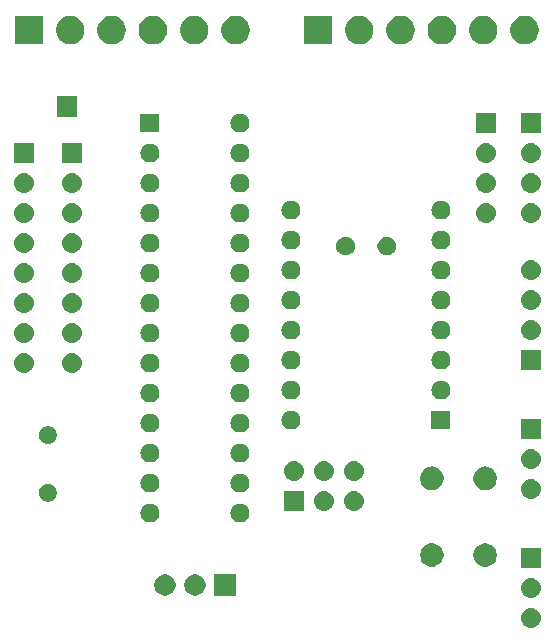
<source format=gbr>
G04 #@! TF.GenerationSoftware,KiCad,Pcbnew,5.0.2-bee76a0~70~ubuntu16.04.1*
G04 #@! TF.CreationDate,2019-03-04T23:23:01-05:00*
G04 #@! TF.ProjectId,Unified,556e6966-6965-4642-9e6b-696361645f70,rev?*
G04 #@! TF.SameCoordinates,Original*
G04 #@! TF.FileFunction,Soldermask,Bot*
G04 #@! TF.FilePolarity,Negative*
%FSLAX46Y46*%
G04 Gerber Fmt 4.6, Leading zero omitted, Abs format (unit mm)*
G04 Created by KiCad (PCBNEW 5.0.2-bee76a0~70~ubuntu16.04.1) date Mon 04 Mar 2019 11:23:01 PM EST*
%MOMM*%
%LPD*%
G01*
G04 APERTURE LIST*
%ADD10C,0.100000*%
G04 APERTURE END LIST*
D10*
G36*
X123864630Y-110414299D02*
X124024855Y-110462903D01*
X124172520Y-110541831D01*
X124301949Y-110648051D01*
X124408169Y-110777480D01*
X124487097Y-110925145D01*
X124535701Y-111085370D01*
X124552112Y-111252000D01*
X124535701Y-111418630D01*
X124487097Y-111578855D01*
X124408169Y-111726520D01*
X124301949Y-111855949D01*
X124172520Y-111962169D01*
X124024855Y-112041097D01*
X123864630Y-112089701D01*
X123739752Y-112102000D01*
X123656248Y-112102000D01*
X123531370Y-112089701D01*
X123371145Y-112041097D01*
X123223480Y-111962169D01*
X123094051Y-111855949D01*
X122987831Y-111726520D01*
X122908903Y-111578855D01*
X122860299Y-111418630D01*
X122843888Y-111252000D01*
X122860299Y-111085370D01*
X122908903Y-110925145D01*
X122987831Y-110777480D01*
X123094051Y-110648051D01*
X123223480Y-110541831D01*
X123371145Y-110462903D01*
X123531370Y-110414299D01*
X123656248Y-110402000D01*
X123739752Y-110402000D01*
X123864630Y-110414299D01*
X123864630Y-110414299D01*
G37*
G36*
X123864630Y-107874299D02*
X124024855Y-107922903D01*
X124172520Y-108001831D01*
X124301949Y-108108051D01*
X124408169Y-108237480D01*
X124487097Y-108385145D01*
X124535701Y-108545370D01*
X124552112Y-108712000D01*
X124535701Y-108878630D01*
X124487097Y-109038855D01*
X124408169Y-109186520D01*
X124301949Y-109315949D01*
X124172520Y-109422169D01*
X124024855Y-109501097D01*
X123864630Y-109549701D01*
X123739752Y-109562000D01*
X123656248Y-109562000D01*
X123531370Y-109549701D01*
X123371145Y-109501097D01*
X123223480Y-109422169D01*
X123094051Y-109315949D01*
X122987831Y-109186520D01*
X122908903Y-109038855D01*
X122860299Y-108878630D01*
X122843888Y-108712000D01*
X122860299Y-108545370D01*
X122908903Y-108385145D01*
X122987831Y-108237480D01*
X123094051Y-108108051D01*
X123223480Y-108001831D01*
X123371145Y-107922903D01*
X123531370Y-107874299D01*
X123656248Y-107862000D01*
X123739752Y-107862000D01*
X123864630Y-107874299D01*
X123864630Y-107874299D01*
G37*
G36*
X95512521Y-107592586D02*
X95676309Y-107660429D01*
X95823720Y-107758926D01*
X95949074Y-107884280D01*
X96047571Y-108031691D01*
X96115414Y-108195479D01*
X96150000Y-108369356D01*
X96150000Y-108546644D01*
X96115414Y-108720521D01*
X96047571Y-108884309D01*
X95949074Y-109031720D01*
X95823720Y-109157074D01*
X95676309Y-109255571D01*
X95512521Y-109323414D01*
X95338644Y-109358000D01*
X95161356Y-109358000D01*
X94987479Y-109323414D01*
X94823691Y-109255571D01*
X94676280Y-109157074D01*
X94550926Y-109031720D01*
X94452429Y-108884309D01*
X94384586Y-108720521D01*
X94350000Y-108546644D01*
X94350000Y-108369356D01*
X94384586Y-108195479D01*
X94452429Y-108031691D01*
X94550926Y-107884280D01*
X94676280Y-107758926D01*
X94823691Y-107660429D01*
X94987479Y-107592586D01*
X95161356Y-107558000D01*
X95338644Y-107558000D01*
X95512521Y-107592586D01*
X95512521Y-107592586D01*
G37*
G36*
X92972521Y-107592586D02*
X93136309Y-107660429D01*
X93283720Y-107758926D01*
X93409074Y-107884280D01*
X93507571Y-108031691D01*
X93575414Y-108195479D01*
X93610000Y-108369356D01*
X93610000Y-108546644D01*
X93575414Y-108720521D01*
X93507571Y-108884309D01*
X93409074Y-109031720D01*
X93283720Y-109157074D01*
X93136309Y-109255571D01*
X92972521Y-109323414D01*
X92798644Y-109358000D01*
X92621356Y-109358000D01*
X92447479Y-109323414D01*
X92283691Y-109255571D01*
X92136280Y-109157074D01*
X92010926Y-109031720D01*
X91912429Y-108884309D01*
X91844586Y-108720521D01*
X91810000Y-108546644D01*
X91810000Y-108369356D01*
X91844586Y-108195479D01*
X91912429Y-108031691D01*
X92010926Y-107884280D01*
X92136280Y-107758926D01*
X92283691Y-107660429D01*
X92447479Y-107592586D01*
X92621356Y-107558000D01*
X92798644Y-107558000D01*
X92972521Y-107592586D01*
X92972521Y-107592586D01*
G37*
G36*
X98690000Y-109358000D02*
X96890000Y-109358000D01*
X96890000Y-107558000D01*
X98690000Y-107558000D01*
X98690000Y-109358000D01*
X98690000Y-109358000D01*
G37*
G36*
X124548000Y-107022000D02*
X122848000Y-107022000D01*
X122848000Y-105322000D01*
X124548000Y-105322000D01*
X124548000Y-107022000D01*
X124548000Y-107022000D01*
G37*
G36*
X119991770Y-104933372D02*
X120107689Y-104956429D01*
X120289678Y-105031811D01*
X120453463Y-105141249D01*
X120592751Y-105280537D01*
X120702189Y-105444322D01*
X120777571Y-105626311D01*
X120816000Y-105819509D01*
X120816000Y-106016491D01*
X120777571Y-106209689D01*
X120702189Y-106391678D01*
X120592751Y-106555463D01*
X120453463Y-106694751D01*
X120289678Y-106804189D01*
X120107689Y-106879571D01*
X119991770Y-106902628D01*
X119914493Y-106918000D01*
X119717507Y-106918000D01*
X119640230Y-106902628D01*
X119524311Y-106879571D01*
X119342322Y-106804189D01*
X119178537Y-106694751D01*
X119039249Y-106555463D01*
X118929811Y-106391678D01*
X118854429Y-106209689D01*
X118816000Y-106016491D01*
X118816000Y-105819509D01*
X118854429Y-105626311D01*
X118929811Y-105444322D01*
X119039249Y-105280537D01*
X119178537Y-105141249D01*
X119342322Y-105031811D01*
X119524311Y-104956429D01*
X119640230Y-104933372D01*
X119717507Y-104918000D01*
X119914493Y-104918000D01*
X119991770Y-104933372D01*
X119991770Y-104933372D01*
G37*
G36*
X115491770Y-104933372D02*
X115607689Y-104956429D01*
X115789678Y-105031811D01*
X115953463Y-105141249D01*
X116092751Y-105280537D01*
X116202189Y-105444322D01*
X116277571Y-105626311D01*
X116316000Y-105819509D01*
X116316000Y-106016491D01*
X116277571Y-106209689D01*
X116202189Y-106391678D01*
X116092751Y-106555463D01*
X115953463Y-106694751D01*
X115789678Y-106804189D01*
X115607689Y-106879571D01*
X115491770Y-106902628D01*
X115414493Y-106918000D01*
X115217507Y-106918000D01*
X115140230Y-106902628D01*
X115024311Y-106879571D01*
X114842322Y-106804189D01*
X114678537Y-106694751D01*
X114539249Y-106555463D01*
X114429811Y-106391678D01*
X114354429Y-106209689D01*
X114316000Y-106016491D01*
X114316000Y-105819509D01*
X114354429Y-105626311D01*
X114429811Y-105444322D01*
X114539249Y-105280537D01*
X114678537Y-105141249D01*
X114842322Y-105031811D01*
X115024311Y-104956429D01*
X115140230Y-104933372D01*
X115217507Y-104918000D01*
X115414493Y-104918000D01*
X115491770Y-104933372D01*
X115491770Y-104933372D01*
G37*
G36*
X91557649Y-101569717D02*
X91596827Y-101573576D01*
X91672228Y-101596449D01*
X91747629Y-101619321D01*
X91886608Y-101693608D01*
X92008422Y-101793578D01*
X92108392Y-101915392D01*
X92182679Y-102054371D01*
X92182679Y-102054372D01*
X92221911Y-102183701D01*
X92228424Y-102205174D01*
X92243870Y-102362000D01*
X92228424Y-102518826D01*
X92182679Y-102669629D01*
X92108392Y-102808608D01*
X92008422Y-102930422D01*
X91886608Y-103030392D01*
X91747629Y-103104679D01*
X91672227Y-103127552D01*
X91596827Y-103150424D01*
X91557649Y-103154283D01*
X91479295Y-103162000D01*
X91400705Y-103162000D01*
X91322351Y-103154283D01*
X91283173Y-103150424D01*
X91207773Y-103127552D01*
X91132371Y-103104679D01*
X90993392Y-103030392D01*
X90871578Y-102930422D01*
X90771608Y-102808608D01*
X90697321Y-102669629D01*
X90651576Y-102518826D01*
X90636130Y-102362000D01*
X90651576Y-102205174D01*
X90658090Y-102183701D01*
X90697321Y-102054372D01*
X90697321Y-102054371D01*
X90771608Y-101915392D01*
X90871578Y-101793578D01*
X90993392Y-101693608D01*
X91132371Y-101619321D01*
X91207772Y-101596449D01*
X91283173Y-101573576D01*
X91322351Y-101569717D01*
X91400705Y-101562000D01*
X91479295Y-101562000D01*
X91557649Y-101569717D01*
X91557649Y-101569717D01*
G37*
G36*
X99177649Y-101569717D02*
X99216827Y-101573576D01*
X99292228Y-101596449D01*
X99367629Y-101619321D01*
X99506608Y-101693608D01*
X99628422Y-101793578D01*
X99728392Y-101915392D01*
X99802679Y-102054371D01*
X99802679Y-102054372D01*
X99841911Y-102183701D01*
X99848424Y-102205174D01*
X99863870Y-102362000D01*
X99848424Y-102518826D01*
X99802679Y-102669629D01*
X99728392Y-102808608D01*
X99628422Y-102930422D01*
X99506608Y-103030392D01*
X99367629Y-103104679D01*
X99292227Y-103127552D01*
X99216827Y-103150424D01*
X99177649Y-103154283D01*
X99099295Y-103162000D01*
X99020705Y-103162000D01*
X98942351Y-103154283D01*
X98903173Y-103150424D01*
X98827773Y-103127552D01*
X98752371Y-103104679D01*
X98613392Y-103030392D01*
X98491578Y-102930422D01*
X98391608Y-102808608D01*
X98317321Y-102669629D01*
X98271576Y-102518826D01*
X98256130Y-102362000D01*
X98271576Y-102205174D01*
X98278090Y-102183701D01*
X98317321Y-102054372D01*
X98317321Y-102054371D01*
X98391608Y-101915392D01*
X98491578Y-101793578D01*
X98613392Y-101693608D01*
X98752371Y-101619321D01*
X98827772Y-101596449D01*
X98903173Y-101573576D01*
X98942351Y-101569717D01*
X99020705Y-101562000D01*
X99099295Y-101562000D01*
X99177649Y-101569717D01*
X99177649Y-101569717D01*
G37*
G36*
X104482000Y-102196000D02*
X102782000Y-102196000D01*
X102782000Y-100496000D01*
X104482000Y-100496000D01*
X104482000Y-102196000D01*
X104482000Y-102196000D01*
G37*
G36*
X106338630Y-100508299D02*
X106498855Y-100556903D01*
X106646520Y-100635831D01*
X106775949Y-100742051D01*
X106882169Y-100871480D01*
X106961097Y-101019145D01*
X107009701Y-101179370D01*
X107026112Y-101346000D01*
X107009701Y-101512630D01*
X106961097Y-101672855D01*
X106882169Y-101820520D01*
X106775949Y-101949949D01*
X106646520Y-102056169D01*
X106498855Y-102135097D01*
X106338630Y-102183701D01*
X106213752Y-102196000D01*
X106130248Y-102196000D01*
X106005370Y-102183701D01*
X105845145Y-102135097D01*
X105697480Y-102056169D01*
X105568051Y-101949949D01*
X105461831Y-101820520D01*
X105382903Y-101672855D01*
X105334299Y-101512630D01*
X105317888Y-101346000D01*
X105334299Y-101179370D01*
X105382903Y-101019145D01*
X105461831Y-100871480D01*
X105568051Y-100742051D01*
X105697480Y-100635831D01*
X105845145Y-100556903D01*
X106005370Y-100508299D01*
X106130248Y-100496000D01*
X106213752Y-100496000D01*
X106338630Y-100508299D01*
X106338630Y-100508299D01*
G37*
G36*
X108878630Y-100508299D02*
X109038855Y-100556903D01*
X109186520Y-100635831D01*
X109315949Y-100742051D01*
X109422169Y-100871480D01*
X109501097Y-101019145D01*
X109549701Y-101179370D01*
X109566112Y-101346000D01*
X109549701Y-101512630D01*
X109501097Y-101672855D01*
X109422169Y-101820520D01*
X109315949Y-101949949D01*
X109186520Y-102056169D01*
X109038855Y-102135097D01*
X108878630Y-102183701D01*
X108753752Y-102196000D01*
X108670248Y-102196000D01*
X108545370Y-102183701D01*
X108385145Y-102135097D01*
X108237480Y-102056169D01*
X108108051Y-101949949D01*
X108001831Y-101820520D01*
X107922903Y-101672855D01*
X107874299Y-101512630D01*
X107857888Y-101346000D01*
X107874299Y-101179370D01*
X107922903Y-101019145D01*
X108001831Y-100871480D01*
X108108051Y-100742051D01*
X108237480Y-100635831D01*
X108385145Y-100556903D01*
X108545370Y-100508299D01*
X108670248Y-100496000D01*
X108753752Y-100496000D01*
X108878630Y-100508299D01*
X108878630Y-100508299D01*
G37*
G36*
X82896360Y-99891678D02*
X83022767Y-99916822D01*
X83079303Y-99940240D01*
X83159257Y-99973358D01*
X83282100Y-100055439D01*
X83386561Y-100159900D01*
X83468642Y-100282743D01*
X83525178Y-100419234D01*
X83554000Y-100564130D01*
X83554000Y-100711870D01*
X83547996Y-100742052D01*
X83525178Y-100856767D01*
X83519083Y-100871481D01*
X83468642Y-100993257D01*
X83386561Y-101116100D01*
X83282100Y-101220561D01*
X83159257Y-101302642D01*
X83079303Y-101335760D01*
X83022767Y-101359178D01*
X82950318Y-101373589D01*
X82877870Y-101388000D01*
X82730130Y-101388000D01*
X82657682Y-101373589D01*
X82585233Y-101359178D01*
X82528697Y-101335760D01*
X82448743Y-101302642D01*
X82325900Y-101220561D01*
X82221439Y-101116100D01*
X82139358Y-100993257D01*
X82088917Y-100871481D01*
X82082822Y-100856767D01*
X82060004Y-100742052D01*
X82054000Y-100711870D01*
X82054000Y-100564130D01*
X82082822Y-100419234D01*
X82139358Y-100282743D01*
X82221439Y-100159900D01*
X82325900Y-100055439D01*
X82448743Y-99973358D01*
X82528697Y-99940240D01*
X82585233Y-99916822D01*
X82711640Y-99891678D01*
X82730130Y-99888000D01*
X82877870Y-99888000D01*
X82896360Y-99891678D01*
X82896360Y-99891678D01*
G37*
G36*
X123864630Y-99492299D02*
X124024855Y-99540903D01*
X124172520Y-99619831D01*
X124301949Y-99726051D01*
X124408169Y-99855480D01*
X124487097Y-100003145D01*
X124535701Y-100163370D01*
X124552112Y-100330000D01*
X124535701Y-100496630D01*
X124487097Y-100656855D01*
X124408169Y-100804520D01*
X124301949Y-100933949D01*
X124172520Y-101040169D01*
X124024855Y-101119097D01*
X123864630Y-101167701D01*
X123739752Y-101180000D01*
X123656248Y-101180000D01*
X123531370Y-101167701D01*
X123371145Y-101119097D01*
X123223480Y-101040169D01*
X123094051Y-100933949D01*
X122987831Y-100804520D01*
X122908903Y-100656855D01*
X122860299Y-100496630D01*
X122843888Y-100330000D01*
X122860299Y-100163370D01*
X122908903Y-100003145D01*
X122987831Y-99855480D01*
X123094051Y-99726051D01*
X123223480Y-99619831D01*
X123371145Y-99540903D01*
X123531370Y-99492299D01*
X123656248Y-99480000D01*
X123739752Y-99480000D01*
X123864630Y-99492299D01*
X123864630Y-99492299D01*
G37*
G36*
X91557649Y-99029717D02*
X91596827Y-99033576D01*
X91672228Y-99056449D01*
X91747629Y-99079321D01*
X91886608Y-99153608D01*
X92008422Y-99253578D01*
X92108392Y-99375392D01*
X92182679Y-99514371D01*
X92190727Y-99540903D01*
X92228424Y-99665173D01*
X92243870Y-99822000D01*
X92228963Y-99973359D01*
X92228424Y-99978826D01*
X92182679Y-100129629D01*
X92108392Y-100268608D01*
X92008422Y-100390422D01*
X91886608Y-100490392D01*
X91747629Y-100564679D01*
X91672228Y-100587551D01*
X91596827Y-100610424D01*
X91557649Y-100614283D01*
X91479295Y-100622000D01*
X91400705Y-100622000D01*
X91322351Y-100614283D01*
X91283173Y-100610424D01*
X91207772Y-100587551D01*
X91132371Y-100564679D01*
X90993392Y-100490392D01*
X90871578Y-100390422D01*
X90771608Y-100268608D01*
X90697321Y-100129629D01*
X90651576Y-99978826D01*
X90651038Y-99973359D01*
X90636130Y-99822000D01*
X90651576Y-99665173D01*
X90689273Y-99540903D01*
X90697321Y-99514371D01*
X90771608Y-99375392D01*
X90871578Y-99253578D01*
X90993392Y-99153608D01*
X91132371Y-99079321D01*
X91207772Y-99056449D01*
X91283173Y-99033576D01*
X91322351Y-99029717D01*
X91400705Y-99022000D01*
X91479295Y-99022000D01*
X91557649Y-99029717D01*
X91557649Y-99029717D01*
G37*
G36*
X99177649Y-99029717D02*
X99216827Y-99033576D01*
X99292228Y-99056449D01*
X99367629Y-99079321D01*
X99506608Y-99153608D01*
X99628422Y-99253578D01*
X99728392Y-99375392D01*
X99802679Y-99514371D01*
X99810727Y-99540903D01*
X99848424Y-99665173D01*
X99863870Y-99822000D01*
X99848963Y-99973359D01*
X99848424Y-99978826D01*
X99802679Y-100129629D01*
X99728392Y-100268608D01*
X99628422Y-100390422D01*
X99506608Y-100490392D01*
X99367629Y-100564679D01*
X99292228Y-100587551D01*
X99216827Y-100610424D01*
X99177649Y-100614283D01*
X99099295Y-100622000D01*
X99020705Y-100622000D01*
X98942351Y-100614283D01*
X98903173Y-100610424D01*
X98827772Y-100587551D01*
X98752371Y-100564679D01*
X98613392Y-100490392D01*
X98491578Y-100390422D01*
X98391608Y-100268608D01*
X98317321Y-100129629D01*
X98271576Y-99978826D01*
X98271038Y-99973359D01*
X98256130Y-99822000D01*
X98271576Y-99665173D01*
X98309273Y-99540903D01*
X98317321Y-99514371D01*
X98391608Y-99375392D01*
X98491578Y-99253578D01*
X98613392Y-99153608D01*
X98752371Y-99079321D01*
X98827772Y-99056449D01*
X98903173Y-99033576D01*
X98942351Y-99029717D01*
X99020705Y-99022000D01*
X99099295Y-99022000D01*
X99177649Y-99029717D01*
X99177649Y-99029717D01*
G37*
G36*
X119991770Y-98433372D02*
X120107689Y-98456429D01*
X120289678Y-98531811D01*
X120453463Y-98641249D01*
X120592751Y-98780537D01*
X120702189Y-98944322D01*
X120777571Y-99126311D01*
X120816000Y-99319509D01*
X120816000Y-99516491D01*
X120777571Y-99709689D01*
X120702189Y-99891678D01*
X120592751Y-100055463D01*
X120453463Y-100194751D01*
X120289678Y-100304189D01*
X120107689Y-100379571D01*
X119991770Y-100402628D01*
X119914493Y-100418000D01*
X119717507Y-100418000D01*
X119640230Y-100402628D01*
X119524311Y-100379571D01*
X119342322Y-100304189D01*
X119178537Y-100194751D01*
X119039249Y-100055463D01*
X118929811Y-99891678D01*
X118854429Y-99709689D01*
X118816000Y-99516491D01*
X118816000Y-99319509D01*
X118854429Y-99126311D01*
X118929811Y-98944322D01*
X119039249Y-98780537D01*
X119178537Y-98641249D01*
X119342322Y-98531811D01*
X119524311Y-98456429D01*
X119640230Y-98433372D01*
X119717507Y-98418000D01*
X119914493Y-98418000D01*
X119991770Y-98433372D01*
X119991770Y-98433372D01*
G37*
G36*
X115491770Y-98433372D02*
X115607689Y-98456429D01*
X115789678Y-98531811D01*
X115953463Y-98641249D01*
X116092751Y-98780537D01*
X116202189Y-98944322D01*
X116277571Y-99126311D01*
X116316000Y-99319509D01*
X116316000Y-99516491D01*
X116277571Y-99709689D01*
X116202189Y-99891678D01*
X116092751Y-100055463D01*
X115953463Y-100194751D01*
X115789678Y-100304189D01*
X115607689Y-100379571D01*
X115491770Y-100402628D01*
X115414493Y-100418000D01*
X115217507Y-100418000D01*
X115140230Y-100402628D01*
X115024311Y-100379571D01*
X114842322Y-100304189D01*
X114678537Y-100194751D01*
X114539249Y-100055463D01*
X114429811Y-99891678D01*
X114354429Y-99709689D01*
X114316000Y-99516491D01*
X114316000Y-99319509D01*
X114354429Y-99126311D01*
X114429811Y-98944322D01*
X114539249Y-98780537D01*
X114678537Y-98641249D01*
X114842322Y-98531811D01*
X115024311Y-98456429D01*
X115140230Y-98433372D01*
X115217507Y-98418000D01*
X115414493Y-98418000D01*
X115491770Y-98433372D01*
X115491770Y-98433372D01*
G37*
G36*
X103798630Y-97968299D02*
X103958855Y-98016903D01*
X104106520Y-98095831D01*
X104235949Y-98202051D01*
X104342169Y-98331480D01*
X104421097Y-98479145D01*
X104469701Y-98639370D01*
X104486112Y-98806000D01*
X104469701Y-98972630D01*
X104421097Y-99132855D01*
X104342169Y-99280520D01*
X104235949Y-99409949D01*
X104106520Y-99516169D01*
X103958855Y-99595097D01*
X103798630Y-99643701D01*
X103673752Y-99656000D01*
X103590248Y-99656000D01*
X103465370Y-99643701D01*
X103305145Y-99595097D01*
X103157480Y-99516169D01*
X103028051Y-99409949D01*
X102921831Y-99280520D01*
X102842903Y-99132855D01*
X102794299Y-98972630D01*
X102777888Y-98806000D01*
X102794299Y-98639370D01*
X102842903Y-98479145D01*
X102921831Y-98331480D01*
X103028051Y-98202051D01*
X103157480Y-98095831D01*
X103305145Y-98016903D01*
X103465370Y-97968299D01*
X103590248Y-97956000D01*
X103673752Y-97956000D01*
X103798630Y-97968299D01*
X103798630Y-97968299D01*
G37*
G36*
X108878630Y-97968299D02*
X109038855Y-98016903D01*
X109186520Y-98095831D01*
X109315949Y-98202051D01*
X109422169Y-98331480D01*
X109501097Y-98479145D01*
X109549701Y-98639370D01*
X109566112Y-98806000D01*
X109549701Y-98972630D01*
X109501097Y-99132855D01*
X109422169Y-99280520D01*
X109315949Y-99409949D01*
X109186520Y-99516169D01*
X109038855Y-99595097D01*
X108878630Y-99643701D01*
X108753752Y-99656000D01*
X108670248Y-99656000D01*
X108545370Y-99643701D01*
X108385145Y-99595097D01*
X108237480Y-99516169D01*
X108108051Y-99409949D01*
X108001831Y-99280520D01*
X107922903Y-99132855D01*
X107874299Y-98972630D01*
X107857888Y-98806000D01*
X107874299Y-98639370D01*
X107922903Y-98479145D01*
X108001831Y-98331480D01*
X108108051Y-98202051D01*
X108237480Y-98095831D01*
X108385145Y-98016903D01*
X108545370Y-97968299D01*
X108670248Y-97956000D01*
X108753752Y-97956000D01*
X108878630Y-97968299D01*
X108878630Y-97968299D01*
G37*
G36*
X106338630Y-97968299D02*
X106498855Y-98016903D01*
X106646520Y-98095831D01*
X106775949Y-98202051D01*
X106882169Y-98331480D01*
X106961097Y-98479145D01*
X107009701Y-98639370D01*
X107026112Y-98806000D01*
X107009701Y-98972630D01*
X106961097Y-99132855D01*
X106882169Y-99280520D01*
X106775949Y-99409949D01*
X106646520Y-99516169D01*
X106498855Y-99595097D01*
X106338630Y-99643701D01*
X106213752Y-99656000D01*
X106130248Y-99656000D01*
X106005370Y-99643701D01*
X105845145Y-99595097D01*
X105697480Y-99516169D01*
X105568051Y-99409949D01*
X105461831Y-99280520D01*
X105382903Y-99132855D01*
X105334299Y-98972630D01*
X105317888Y-98806000D01*
X105334299Y-98639370D01*
X105382903Y-98479145D01*
X105461831Y-98331480D01*
X105568051Y-98202051D01*
X105697480Y-98095831D01*
X105845145Y-98016903D01*
X106005370Y-97968299D01*
X106130248Y-97956000D01*
X106213752Y-97956000D01*
X106338630Y-97968299D01*
X106338630Y-97968299D01*
G37*
G36*
X123864630Y-96952299D02*
X124024855Y-97000903D01*
X124172520Y-97079831D01*
X124301949Y-97186051D01*
X124408169Y-97315480D01*
X124487097Y-97463145D01*
X124535701Y-97623370D01*
X124552112Y-97790000D01*
X124535701Y-97956630D01*
X124487097Y-98116855D01*
X124408169Y-98264520D01*
X124301949Y-98393949D01*
X124172520Y-98500169D01*
X124024855Y-98579097D01*
X123864630Y-98627701D01*
X123739752Y-98640000D01*
X123656248Y-98640000D01*
X123531370Y-98627701D01*
X123371145Y-98579097D01*
X123223480Y-98500169D01*
X123094051Y-98393949D01*
X122987831Y-98264520D01*
X122908903Y-98116855D01*
X122860299Y-97956630D01*
X122843888Y-97790000D01*
X122860299Y-97623370D01*
X122908903Y-97463145D01*
X122987831Y-97315480D01*
X123094051Y-97186051D01*
X123223480Y-97079831D01*
X123371145Y-97000903D01*
X123531370Y-96952299D01*
X123656248Y-96940000D01*
X123739752Y-96940000D01*
X123864630Y-96952299D01*
X123864630Y-96952299D01*
G37*
G36*
X91557649Y-96489717D02*
X91596827Y-96493576D01*
X91672227Y-96516448D01*
X91747629Y-96539321D01*
X91886608Y-96613608D01*
X92008422Y-96713578D01*
X92108392Y-96835392D01*
X92182679Y-96974371D01*
X92228424Y-97125174D01*
X92243870Y-97282000D01*
X92228424Y-97438826D01*
X92182679Y-97589629D01*
X92108392Y-97728608D01*
X92008422Y-97850422D01*
X91886608Y-97950392D01*
X91747629Y-98024679D01*
X91672228Y-98047551D01*
X91596827Y-98070424D01*
X91557649Y-98074283D01*
X91479295Y-98082000D01*
X91400705Y-98082000D01*
X91322351Y-98074283D01*
X91283173Y-98070424D01*
X91207772Y-98047551D01*
X91132371Y-98024679D01*
X90993392Y-97950392D01*
X90871578Y-97850422D01*
X90771608Y-97728608D01*
X90697321Y-97589629D01*
X90651576Y-97438826D01*
X90636130Y-97282000D01*
X90651576Y-97125174D01*
X90697321Y-96974371D01*
X90771608Y-96835392D01*
X90871578Y-96713578D01*
X90993392Y-96613608D01*
X91132371Y-96539321D01*
X91207773Y-96516448D01*
X91283173Y-96493576D01*
X91322351Y-96489717D01*
X91400705Y-96482000D01*
X91479295Y-96482000D01*
X91557649Y-96489717D01*
X91557649Y-96489717D01*
G37*
G36*
X99177649Y-96489717D02*
X99216827Y-96493576D01*
X99292227Y-96516448D01*
X99367629Y-96539321D01*
X99506608Y-96613608D01*
X99628422Y-96713578D01*
X99728392Y-96835392D01*
X99802679Y-96974371D01*
X99848424Y-97125174D01*
X99863870Y-97282000D01*
X99848424Y-97438826D01*
X99802679Y-97589629D01*
X99728392Y-97728608D01*
X99628422Y-97850422D01*
X99506608Y-97950392D01*
X99367629Y-98024679D01*
X99292228Y-98047551D01*
X99216827Y-98070424D01*
X99177649Y-98074283D01*
X99099295Y-98082000D01*
X99020705Y-98082000D01*
X98942351Y-98074283D01*
X98903173Y-98070424D01*
X98827772Y-98047551D01*
X98752371Y-98024679D01*
X98613392Y-97950392D01*
X98491578Y-97850422D01*
X98391608Y-97728608D01*
X98317321Y-97589629D01*
X98271576Y-97438826D01*
X98256130Y-97282000D01*
X98271576Y-97125174D01*
X98317321Y-96974371D01*
X98391608Y-96835392D01*
X98491578Y-96713578D01*
X98613392Y-96613608D01*
X98752371Y-96539321D01*
X98827773Y-96516448D01*
X98903173Y-96493576D01*
X98942351Y-96489717D01*
X99020705Y-96482000D01*
X99099295Y-96482000D01*
X99177649Y-96489717D01*
X99177649Y-96489717D01*
G37*
G36*
X82950318Y-95022411D02*
X83022767Y-95036822D01*
X83070085Y-95056422D01*
X83159257Y-95093358D01*
X83282100Y-95175439D01*
X83386561Y-95279900D01*
X83468642Y-95402743D01*
X83525178Y-95539234D01*
X83554000Y-95684130D01*
X83554000Y-95831870D01*
X83525178Y-95976766D01*
X83468642Y-96113257D01*
X83386561Y-96236100D01*
X83282100Y-96340561D01*
X83159257Y-96422642D01*
X83079303Y-96455760D01*
X83022767Y-96479178D01*
X82950383Y-96493576D01*
X82877870Y-96508000D01*
X82730130Y-96508000D01*
X82657617Y-96493576D01*
X82585233Y-96479178D01*
X82528697Y-96455760D01*
X82448743Y-96422642D01*
X82325900Y-96340561D01*
X82221439Y-96236100D01*
X82139358Y-96113257D01*
X82082822Y-95976766D01*
X82054000Y-95831870D01*
X82054000Y-95684130D01*
X82082822Y-95539234D01*
X82139358Y-95402743D01*
X82221439Y-95279900D01*
X82325900Y-95175439D01*
X82448743Y-95093358D01*
X82537915Y-95056422D01*
X82585233Y-95036822D01*
X82657682Y-95022411D01*
X82730130Y-95008000D01*
X82877870Y-95008000D01*
X82950318Y-95022411D01*
X82950318Y-95022411D01*
G37*
G36*
X124548000Y-96100000D02*
X122848000Y-96100000D01*
X122848000Y-94400000D01*
X124548000Y-94400000D01*
X124548000Y-96100000D01*
X124548000Y-96100000D01*
G37*
G36*
X91557649Y-93949717D02*
X91596827Y-93953576D01*
X91672228Y-93976449D01*
X91747629Y-93999321D01*
X91886608Y-94073608D01*
X92008422Y-94173578D01*
X92108392Y-94295392D01*
X92182679Y-94434371D01*
X92182679Y-94434372D01*
X92228424Y-94585173D01*
X92243870Y-94742000D01*
X92228424Y-94898827D01*
X92217570Y-94934608D01*
X92182679Y-95049629D01*
X92108392Y-95188608D01*
X92008422Y-95310422D01*
X91886608Y-95410392D01*
X91747629Y-95484679D01*
X91672228Y-95507551D01*
X91596827Y-95530424D01*
X91557649Y-95534283D01*
X91479295Y-95542000D01*
X91400705Y-95542000D01*
X91322351Y-95534283D01*
X91283173Y-95530424D01*
X91207772Y-95507551D01*
X91132371Y-95484679D01*
X90993392Y-95410392D01*
X90871578Y-95310422D01*
X90771608Y-95188608D01*
X90697321Y-95049629D01*
X90662430Y-94934608D01*
X90651576Y-94898827D01*
X90636130Y-94742000D01*
X90651576Y-94585173D01*
X90697321Y-94434372D01*
X90697321Y-94434371D01*
X90771608Y-94295392D01*
X90871578Y-94173578D01*
X90993392Y-94073608D01*
X91132371Y-93999321D01*
X91207772Y-93976449D01*
X91283173Y-93953576D01*
X91322351Y-93949717D01*
X91400705Y-93942000D01*
X91479295Y-93942000D01*
X91557649Y-93949717D01*
X91557649Y-93949717D01*
G37*
G36*
X99177649Y-93949717D02*
X99216827Y-93953576D01*
X99292228Y-93976449D01*
X99367629Y-93999321D01*
X99506608Y-94073608D01*
X99628422Y-94173578D01*
X99728392Y-94295392D01*
X99802679Y-94434371D01*
X99802679Y-94434372D01*
X99848424Y-94585173D01*
X99863870Y-94742000D01*
X99848424Y-94898827D01*
X99837570Y-94934608D01*
X99802679Y-95049629D01*
X99728392Y-95188608D01*
X99628422Y-95310422D01*
X99506608Y-95410392D01*
X99367629Y-95484679D01*
X99292228Y-95507551D01*
X99216827Y-95530424D01*
X99177649Y-95534283D01*
X99099295Y-95542000D01*
X99020705Y-95542000D01*
X98942351Y-95534283D01*
X98903173Y-95530424D01*
X98827772Y-95507551D01*
X98752371Y-95484679D01*
X98613392Y-95410392D01*
X98491578Y-95310422D01*
X98391608Y-95188608D01*
X98317321Y-95049629D01*
X98282430Y-94934608D01*
X98271576Y-94898827D01*
X98256130Y-94742000D01*
X98271576Y-94585173D01*
X98317321Y-94434372D01*
X98317321Y-94434371D01*
X98391608Y-94295392D01*
X98491578Y-94173578D01*
X98613392Y-94073608D01*
X98752371Y-93999321D01*
X98827772Y-93976449D01*
X98903173Y-93953576D01*
X98942351Y-93949717D01*
X99020705Y-93942000D01*
X99099295Y-93942000D01*
X99177649Y-93949717D01*
X99177649Y-93949717D01*
G37*
G36*
X103495649Y-93695717D02*
X103534827Y-93699576D01*
X103610228Y-93722449D01*
X103685629Y-93745321D01*
X103824608Y-93819608D01*
X103946422Y-93919578D01*
X104046392Y-94041392D01*
X104120679Y-94180371D01*
X104120679Y-94180372D01*
X104155571Y-94295394D01*
X104166424Y-94331174D01*
X104181870Y-94488000D01*
X104166424Y-94644826D01*
X104120679Y-94795629D01*
X104046392Y-94934608D01*
X103946422Y-95056422D01*
X103824608Y-95156392D01*
X103685629Y-95230679D01*
X103610228Y-95253551D01*
X103534827Y-95276424D01*
X103499534Y-95279900D01*
X103417295Y-95288000D01*
X103338705Y-95288000D01*
X103256466Y-95279900D01*
X103221173Y-95276424D01*
X103145772Y-95253551D01*
X103070371Y-95230679D01*
X102931392Y-95156392D01*
X102809578Y-95056422D01*
X102709608Y-94934608D01*
X102635321Y-94795629D01*
X102589576Y-94644826D01*
X102574130Y-94488000D01*
X102589576Y-94331174D01*
X102600430Y-94295394D01*
X102635321Y-94180372D01*
X102635321Y-94180371D01*
X102709608Y-94041392D01*
X102809578Y-93919578D01*
X102931392Y-93819608D01*
X103070371Y-93745321D01*
X103145772Y-93722449D01*
X103221173Y-93699576D01*
X103260351Y-93695717D01*
X103338705Y-93688000D01*
X103417295Y-93688000D01*
X103495649Y-93695717D01*
X103495649Y-93695717D01*
G37*
G36*
X116878000Y-95288000D02*
X115278000Y-95288000D01*
X115278000Y-93688000D01*
X116878000Y-93688000D01*
X116878000Y-95288000D01*
X116878000Y-95288000D01*
G37*
G36*
X99177649Y-91409717D02*
X99216827Y-91413576D01*
X99292228Y-91436449D01*
X99367629Y-91459321D01*
X99506608Y-91533608D01*
X99628422Y-91633578D01*
X99728392Y-91755392D01*
X99802679Y-91894371D01*
X99802679Y-91894372D01*
X99848424Y-92045173D01*
X99863870Y-92202000D01*
X99848424Y-92358827D01*
X99837570Y-92394608D01*
X99802679Y-92509629D01*
X99728392Y-92648608D01*
X99628422Y-92770422D01*
X99506608Y-92870392D01*
X99367629Y-92944679D01*
X99292227Y-92967552D01*
X99216827Y-92990424D01*
X99177649Y-92994283D01*
X99099295Y-93002000D01*
X99020705Y-93002000D01*
X98942351Y-92994283D01*
X98903173Y-92990424D01*
X98827773Y-92967552D01*
X98752371Y-92944679D01*
X98613392Y-92870392D01*
X98491578Y-92770422D01*
X98391608Y-92648608D01*
X98317321Y-92509629D01*
X98282430Y-92394608D01*
X98271576Y-92358827D01*
X98256130Y-92202000D01*
X98271576Y-92045173D01*
X98317321Y-91894372D01*
X98317321Y-91894371D01*
X98391608Y-91755392D01*
X98491578Y-91633578D01*
X98613392Y-91533608D01*
X98752371Y-91459321D01*
X98827772Y-91436449D01*
X98903173Y-91413576D01*
X98942351Y-91409717D01*
X99020705Y-91402000D01*
X99099295Y-91402000D01*
X99177649Y-91409717D01*
X99177649Y-91409717D01*
G37*
G36*
X91557649Y-91409717D02*
X91596827Y-91413576D01*
X91672228Y-91436449D01*
X91747629Y-91459321D01*
X91886608Y-91533608D01*
X92008422Y-91633578D01*
X92108392Y-91755392D01*
X92182679Y-91894371D01*
X92182679Y-91894372D01*
X92228424Y-92045173D01*
X92243870Y-92202000D01*
X92228424Y-92358827D01*
X92217570Y-92394608D01*
X92182679Y-92509629D01*
X92108392Y-92648608D01*
X92008422Y-92770422D01*
X91886608Y-92870392D01*
X91747629Y-92944679D01*
X91672227Y-92967552D01*
X91596827Y-92990424D01*
X91557649Y-92994283D01*
X91479295Y-93002000D01*
X91400705Y-93002000D01*
X91322351Y-92994283D01*
X91283173Y-92990424D01*
X91207773Y-92967552D01*
X91132371Y-92944679D01*
X90993392Y-92870392D01*
X90871578Y-92770422D01*
X90771608Y-92648608D01*
X90697321Y-92509629D01*
X90662430Y-92394608D01*
X90651576Y-92358827D01*
X90636130Y-92202000D01*
X90651576Y-92045173D01*
X90697321Y-91894372D01*
X90697321Y-91894371D01*
X90771608Y-91755392D01*
X90871578Y-91633578D01*
X90993392Y-91533608D01*
X91132371Y-91459321D01*
X91207772Y-91436449D01*
X91283173Y-91413576D01*
X91322351Y-91409717D01*
X91400705Y-91402000D01*
X91479295Y-91402000D01*
X91557649Y-91409717D01*
X91557649Y-91409717D01*
G37*
G36*
X116195649Y-91155717D02*
X116234827Y-91159576D01*
X116310227Y-91182448D01*
X116385629Y-91205321D01*
X116524608Y-91279608D01*
X116646422Y-91379578D01*
X116746392Y-91501392D01*
X116820679Y-91640371D01*
X116820679Y-91640372D01*
X116855571Y-91755394D01*
X116866424Y-91791174D01*
X116881870Y-91948000D01*
X116866424Y-92104826D01*
X116820679Y-92255629D01*
X116746392Y-92394608D01*
X116646422Y-92516422D01*
X116524608Y-92616392D01*
X116385629Y-92690679D01*
X116310228Y-92713551D01*
X116234827Y-92736424D01*
X116195649Y-92740283D01*
X116117295Y-92748000D01*
X116038705Y-92748000D01*
X115960351Y-92740283D01*
X115921173Y-92736424D01*
X115845772Y-92713551D01*
X115770371Y-92690679D01*
X115631392Y-92616392D01*
X115509578Y-92516422D01*
X115409608Y-92394608D01*
X115335321Y-92255629D01*
X115289576Y-92104826D01*
X115274130Y-91948000D01*
X115289576Y-91791174D01*
X115300430Y-91755394D01*
X115335321Y-91640372D01*
X115335321Y-91640371D01*
X115409608Y-91501392D01*
X115509578Y-91379578D01*
X115631392Y-91279608D01*
X115770371Y-91205321D01*
X115845773Y-91182448D01*
X115921173Y-91159576D01*
X115960351Y-91155717D01*
X116038705Y-91148000D01*
X116117295Y-91148000D01*
X116195649Y-91155717D01*
X116195649Y-91155717D01*
G37*
G36*
X103495649Y-91155717D02*
X103534827Y-91159576D01*
X103610227Y-91182448D01*
X103685629Y-91205321D01*
X103824608Y-91279608D01*
X103946422Y-91379578D01*
X104046392Y-91501392D01*
X104120679Y-91640371D01*
X104120679Y-91640372D01*
X104155571Y-91755394D01*
X104166424Y-91791174D01*
X104181870Y-91948000D01*
X104166424Y-92104826D01*
X104120679Y-92255629D01*
X104046392Y-92394608D01*
X103946422Y-92516422D01*
X103824608Y-92616392D01*
X103685629Y-92690679D01*
X103610228Y-92713551D01*
X103534827Y-92736424D01*
X103495649Y-92740283D01*
X103417295Y-92748000D01*
X103338705Y-92748000D01*
X103260351Y-92740283D01*
X103221173Y-92736424D01*
X103145772Y-92713551D01*
X103070371Y-92690679D01*
X102931392Y-92616392D01*
X102809578Y-92516422D01*
X102709608Y-92394608D01*
X102635321Y-92255629D01*
X102589576Y-92104826D01*
X102574130Y-91948000D01*
X102589576Y-91791174D01*
X102600430Y-91755394D01*
X102635321Y-91640372D01*
X102635321Y-91640371D01*
X102709608Y-91501392D01*
X102809578Y-91379578D01*
X102931392Y-91279608D01*
X103070371Y-91205321D01*
X103145773Y-91182448D01*
X103221173Y-91159576D01*
X103260351Y-91155717D01*
X103338705Y-91148000D01*
X103417295Y-91148000D01*
X103495649Y-91155717D01*
X103495649Y-91155717D01*
G37*
G36*
X85002630Y-88824299D02*
X85162855Y-88872903D01*
X85310520Y-88951831D01*
X85439949Y-89058051D01*
X85546169Y-89187480D01*
X85625097Y-89335145D01*
X85673701Y-89495370D01*
X85690112Y-89662000D01*
X85673701Y-89828630D01*
X85625097Y-89988855D01*
X85546169Y-90136520D01*
X85439949Y-90265949D01*
X85310520Y-90372169D01*
X85162855Y-90451097D01*
X85002630Y-90499701D01*
X84877752Y-90512000D01*
X84794248Y-90512000D01*
X84669370Y-90499701D01*
X84509145Y-90451097D01*
X84361480Y-90372169D01*
X84232051Y-90265949D01*
X84125831Y-90136520D01*
X84046903Y-89988855D01*
X83998299Y-89828630D01*
X83981888Y-89662000D01*
X83998299Y-89495370D01*
X84046903Y-89335145D01*
X84125831Y-89187480D01*
X84232051Y-89058051D01*
X84361480Y-88951831D01*
X84509145Y-88872903D01*
X84669370Y-88824299D01*
X84794248Y-88812000D01*
X84877752Y-88812000D01*
X85002630Y-88824299D01*
X85002630Y-88824299D01*
G37*
G36*
X80938630Y-88824299D02*
X81098855Y-88872903D01*
X81246520Y-88951831D01*
X81375949Y-89058051D01*
X81482169Y-89187480D01*
X81561097Y-89335145D01*
X81609701Y-89495370D01*
X81626112Y-89662000D01*
X81609701Y-89828630D01*
X81561097Y-89988855D01*
X81482169Y-90136520D01*
X81375949Y-90265949D01*
X81246520Y-90372169D01*
X81098855Y-90451097D01*
X80938630Y-90499701D01*
X80813752Y-90512000D01*
X80730248Y-90512000D01*
X80605370Y-90499701D01*
X80445145Y-90451097D01*
X80297480Y-90372169D01*
X80168051Y-90265949D01*
X80061831Y-90136520D01*
X79982903Y-89988855D01*
X79934299Y-89828630D01*
X79917888Y-89662000D01*
X79934299Y-89495370D01*
X79982903Y-89335145D01*
X80061831Y-89187480D01*
X80168051Y-89058051D01*
X80297480Y-88951831D01*
X80445145Y-88872903D01*
X80605370Y-88824299D01*
X80730248Y-88812000D01*
X80813752Y-88812000D01*
X80938630Y-88824299D01*
X80938630Y-88824299D01*
G37*
G36*
X91557649Y-88869717D02*
X91596827Y-88873576D01*
X91672227Y-88896448D01*
X91747629Y-88919321D01*
X91886608Y-88993608D01*
X92008422Y-89093578D01*
X92108392Y-89215392D01*
X92182679Y-89354371D01*
X92182679Y-89354372D01*
X92228424Y-89505173D01*
X92243870Y-89662000D01*
X92228424Y-89818827D01*
X92217570Y-89854608D01*
X92182679Y-89969629D01*
X92108392Y-90108608D01*
X92008422Y-90230422D01*
X91886608Y-90330392D01*
X91747629Y-90404679D01*
X91672228Y-90427551D01*
X91596827Y-90450424D01*
X91557649Y-90454283D01*
X91479295Y-90462000D01*
X91400705Y-90462000D01*
X91322351Y-90454283D01*
X91283173Y-90450424D01*
X91207772Y-90427551D01*
X91132371Y-90404679D01*
X90993392Y-90330392D01*
X90871578Y-90230422D01*
X90771608Y-90108608D01*
X90697321Y-89969629D01*
X90662430Y-89854608D01*
X90651576Y-89818827D01*
X90636130Y-89662000D01*
X90651576Y-89505173D01*
X90697321Y-89354372D01*
X90697321Y-89354371D01*
X90771608Y-89215392D01*
X90871578Y-89093578D01*
X90993392Y-88993608D01*
X91132371Y-88919321D01*
X91207773Y-88896448D01*
X91283173Y-88873576D01*
X91322351Y-88869717D01*
X91400705Y-88862000D01*
X91479295Y-88862000D01*
X91557649Y-88869717D01*
X91557649Y-88869717D01*
G37*
G36*
X99177649Y-88869717D02*
X99216827Y-88873576D01*
X99292227Y-88896448D01*
X99367629Y-88919321D01*
X99506608Y-88993608D01*
X99628422Y-89093578D01*
X99728392Y-89215392D01*
X99802679Y-89354371D01*
X99802679Y-89354372D01*
X99848424Y-89505173D01*
X99863870Y-89662000D01*
X99848424Y-89818827D01*
X99837570Y-89854608D01*
X99802679Y-89969629D01*
X99728392Y-90108608D01*
X99628422Y-90230422D01*
X99506608Y-90330392D01*
X99367629Y-90404679D01*
X99292228Y-90427551D01*
X99216827Y-90450424D01*
X99177649Y-90454283D01*
X99099295Y-90462000D01*
X99020705Y-90462000D01*
X98942351Y-90454283D01*
X98903173Y-90450424D01*
X98827772Y-90427551D01*
X98752371Y-90404679D01*
X98613392Y-90330392D01*
X98491578Y-90230422D01*
X98391608Y-90108608D01*
X98317321Y-89969629D01*
X98282430Y-89854608D01*
X98271576Y-89818827D01*
X98256130Y-89662000D01*
X98271576Y-89505173D01*
X98317321Y-89354372D01*
X98317321Y-89354371D01*
X98391608Y-89215392D01*
X98491578Y-89093578D01*
X98613392Y-88993608D01*
X98752371Y-88919321D01*
X98827773Y-88896448D01*
X98903173Y-88873576D01*
X98942351Y-88869717D01*
X99020705Y-88862000D01*
X99099295Y-88862000D01*
X99177649Y-88869717D01*
X99177649Y-88869717D01*
G37*
G36*
X124548000Y-90258000D02*
X122848000Y-90258000D01*
X122848000Y-88558000D01*
X124548000Y-88558000D01*
X124548000Y-90258000D01*
X124548000Y-90258000D01*
G37*
G36*
X103495649Y-88615717D02*
X103534827Y-88619576D01*
X103610228Y-88642449D01*
X103685629Y-88665321D01*
X103824608Y-88739608D01*
X103946422Y-88839578D01*
X104046392Y-88961392D01*
X104120679Y-89100371D01*
X104120679Y-89100372D01*
X104155571Y-89215394D01*
X104166424Y-89251174D01*
X104181870Y-89408000D01*
X104166424Y-89564826D01*
X104120679Y-89715629D01*
X104046392Y-89854608D01*
X103946422Y-89976422D01*
X103824608Y-90076392D01*
X103685629Y-90150679D01*
X103610227Y-90173552D01*
X103534827Y-90196424D01*
X103495649Y-90200283D01*
X103417295Y-90208000D01*
X103338705Y-90208000D01*
X103260351Y-90200283D01*
X103221173Y-90196424D01*
X103145773Y-90173552D01*
X103070371Y-90150679D01*
X102931392Y-90076392D01*
X102809578Y-89976422D01*
X102709608Y-89854608D01*
X102635321Y-89715629D01*
X102589576Y-89564826D01*
X102574130Y-89408000D01*
X102589576Y-89251174D01*
X102600430Y-89215394D01*
X102635321Y-89100372D01*
X102635321Y-89100371D01*
X102709608Y-88961392D01*
X102809578Y-88839578D01*
X102931392Y-88739608D01*
X103070371Y-88665321D01*
X103145772Y-88642449D01*
X103221173Y-88619576D01*
X103260351Y-88615717D01*
X103338705Y-88608000D01*
X103417295Y-88608000D01*
X103495649Y-88615717D01*
X103495649Y-88615717D01*
G37*
G36*
X116195649Y-88615717D02*
X116234827Y-88619576D01*
X116310228Y-88642449D01*
X116385629Y-88665321D01*
X116524608Y-88739608D01*
X116646422Y-88839578D01*
X116746392Y-88961392D01*
X116820679Y-89100371D01*
X116820679Y-89100372D01*
X116855571Y-89215394D01*
X116866424Y-89251174D01*
X116881870Y-89408000D01*
X116866424Y-89564826D01*
X116820679Y-89715629D01*
X116746392Y-89854608D01*
X116646422Y-89976422D01*
X116524608Y-90076392D01*
X116385629Y-90150679D01*
X116310227Y-90173552D01*
X116234827Y-90196424D01*
X116195649Y-90200283D01*
X116117295Y-90208000D01*
X116038705Y-90208000D01*
X115960351Y-90200283D01*
X115921173Y-90196424D01*
X115845773Y-90173552D01*
X115770371Y-90150679D01*
X115631392Y-90076392D01*
X115509578Y-89976422D01*
X115409608Y-89854608D01*
X115335321Y-89715629D01*
X115289576Y-89564826D01*
X115274130Y-89408000D01*
X115289576Y-89251174D01*
X115300430Y-89215394D01*
X115335321Y-89100372D01*
X115335321Y-89100371D01*
X115409608Y-88961392D01*
X115509578Y-88839578D01*
X115631392Y-88739608D01*
X115770371Y-88665321D01*
X115845772Y-88642449D01*
X115921173Y-88619576D01*
X115960351Y-88615717D01*
X116038705Y-88608000D01*
X116117295Y-88608000D01*
X116195649Y-88615717D01*
X116195649Y-88615717D01*
G37*
G36*
X80938630Y-86284299D02*
X81098855Y-86332903D01*
X81246520Y-86411831D01*
X81375949Y-86518051D01*
X81482169Y-86647480D01*
X81561097Y-86795145D01*
X81609701Y-86955370D01*
X81626112Y-87122000D01*
X81609701Y-87288630D01*
X81561097Y-87448855D01*
X81482169Y-87596520D01*
X81375949Y-87725949D01*
X81246520Y-87832169D01*
X81098855Y-87911097D01*
X80938630Y-87959701D01*
X80813752Y-87972000D01*
X80730248Y-87972000D01*
X80605370Y-87959701D01*
X80445145Y-87911097D01*
X80297480Y-87832169D01*
X80168051Y-87725949D01*
X80061831Y-87596520D01*
X79982903Y-87448855D01*
X79934299Y-87288630D01*
X79917888Y-87122000D01*
X79934299Y-86955370D01*
X79982903Y-86795145D01*
X80061831Y-86647480D01*
X80168051Y-86518051D01*
X80297480Y-86411831D01*
X80445145Y-86332903D01*
X80605370Y-86284299D01*
X80730248Y-86272000D01*
X80813752Y-86272000D01*
X80938630Y-86284299D01*
X80938630Y-86284299D01*
G37*
G36*
X85002630Y-86284299D02*
X85162855Y-86332903D01*
X85310520Y-86411831D01*
X85439949Y-86518051D01*
X85546169Y-86647480D01*
X85625097Y-86795145D01*
X85673701Y-86955370D01*
X85690112Y-87122000D01*
X85673701Y-87288630D01*
X85625097Y-87448855D01*
X85546169Y-87596520D01*
X85439949Y-87725949D01*
X85310520Y-87832169D01*
X85162855Y-87911097D01*
X85002630Y-87959701D01*
X84877752Y-87972000D01*
X84794248Y-87972000D01*
X84669370Y-87959701D01*
X84509145Y-87911097D01*
X84361480Y-87832169D01*
X84232051Y-87725949D01*
X84125831Y-87596520D01*
X84046903Y-87448855D01*
X83998299Y-87288630D01*
X83981888Y-87122000D01*
X83998299Y-86955370D01*
X84046903Y-86795145D01*
X84125831Y-86647480D01*
X84232051Y-86518051D01*
X84361480Y-86411831D01*
X84509145Y-86332903D01*
X84669370Y-86284299D01*
X84794248Y-86272000D01*
X84877752Y-86272000D01*
X85002630Y-86284299D01*
X85002630Y-86284299D01*
G37*
G36*
X91557649Y-86329717D02*
X91596827Y-86333576D01*
X91672227Y-86356448D01*
X91747629Y-86379321D01*
X91886608Y-86453608D01*
X92008422Y-86553578D01*
X92108392Y-86675392D01*
X92182679Y-86814371D01*
X92182679Y-86814372D01*
X92228424Y-86965173D01*
X92243870Y-87122000D01*
X92228424Y-87278827D01*
X92217570Y-87314608D01*
X92182679Y-87429629D01*
X92108392Y-87568608D01*
X92008422Y-87690422D01*
X91886608Y-87790392D01*
X91747629Y-87864679D01*
X91672228Y-87887551D01*
X91596827Y-87910424D01*
X91557649Y-87914283D01*
X91479295Y-87922000D01*
X91400705Y-87922000D01*
X91322351Y-87914283D01*
X91283173Y-87910424D01*
X91207772Y-87887551D01*
X91132371Y-87864679D01*
X90993392Y-87790392D01*
X90871578Y-87690422D01*
X90771608Y-87568608D01*
X90697321Y-87429629D01*
X90662430Y-87314608D01*
X90651576Y-87278827D01*
X90636130Y-87122000D01*
X90651576Y-86965173D01*
X90697321Y-86814372D01*
X90697321Y-86814371D01*
X90771608Y-86675392D01*
X90871578Y-86553578D01*
X90993392Y-86453608D01*
X91132371Y-86379321D01*
X91207773Y-86356448D01*
X91283173Y-86333576D01*
X91322351Y-86329717D01*
X91400705Y-86322000D01*
X91479295Y-86322000D01*
X91557649Y-86329717D01*
X91557649Y-86329717D01*
G37*
G36*
X99177649Y-86329717D02*
X99216827Y-86333576D01*
X99292227Y-86356448D01*
X99367629Y-86379321D01*
X99506608Y-86453608D01*
X99628422Y-86553578D01*
X99728392Y-86675392D01*
X99802679Y-86814371D01*
X99802679Y-86814372D01*
X99848424Y-86965173D01*
X99863870Y-87122000D01*
X99848424Y-87278827D01*
X99837570Y-87314608D01*
X99802679Y-87429629D01*
X99728392Y-87568608D01*
X99628422Y-87690422D01*
X99506608Y-87790392D01*
X99367629Y-87864679D01*
X99292228Y-87887551D01*
X99216827Y-87910424D01*
X99177649Y-87914283D01*
X99099295Y-87922000D01*
X99020705Y-87922000D01*
X98942351Y-87914283D01*
X98903173Y-87910424D01*
X98827772Y-87887551D01*
X98752371Y-87864679D01*
X98613392Y-87790392D01*
X98491578Y-87690422D01*
X98391608Y-87568608D01*
X98317321Y-87429629D01*
X98282430Y-87314608D01*
X98271576Y-87278827D01*
X98256130Y-87122000D01*
X98271576Y-86965173D01*
X98317321Y-86814372D01*
X98317321Y-86814371D01*
X98391608Y-86675392D01*
X98491578Y-86553578D01*
X98613392Y-86453608D01*
X98752371Y-86379321D01*
X98827773Y-86356448D01*
X98903173Y-86333576D01*
X98942351Y-86329717D01*
X99020705Y-86322000D01*
X99099295Y-86322000D01*
X99177649Y-86329717D01*
X99177649Y-86329717D01*
G37*
G36*
X123864630Y-86030299D02*
X124024855Y-86078903D01*
X124172520Y-86157831D01*
X124301949Y-86264051D01*
X124408169Y-86393480D01*
X124487097Y-86541145D01*
X124535701Y-86701370D01*
X124552112Y-86868000D01*
X124535701Y-87034630D01*
X124487097Y-87194855D01*
X124408169Y-87342520D01*
X124301949Y-87471949D01*
X124172520Y-87578169D01*
X124024855Y-87657097D01*
X123864630Y-87705701D01*
X123739752Y-87718000D01*
X123656248Y-87718000D01*
X123531370Y-87705701D01*
X123371145Y-87657097D01*
X123223480Y-87578169D01*
X123094051Y-87471949D01*
X122987831Y-87342520D01*
X122908903Y-87194855D01*
X122860299Y-87034630D01*
X122843888Y-86868000D01*
X122860299Y-86701370D01*
X122908903Y-86541145D01*
X122987831Y-86393480D01*
X123094051Y-86264051D01*
X123223480Y-86157831D01*
X123371145Y-86078903D01*
X123531370Y-86030299D01*
X123656248Y-86018000D01*
X123739752Y-86018000D01*
X123864630Y-86030299D01*
X123864630Y-86030299D01*
G37*
G36*
X103495649Y-86075717D02*
X103534827Y-86079576D01*
X103610228Y-86102449D01*
X103685629Y-86125321D01*
X103824608Y-86199608D01*
X103946422Y-86299578D01*
X104046392Y-86421392D01*
X104120679Y-86560371D01*
X104120679Y-86560372D01*
X104166424Y-86711173D01*
X104181870Y-86868000D01*
X104166424Y-87024827D01*
X104163450Y-87034630D01*
X104120679Y-87175629D01*
X104046392Y-87314608D01*
X103946422Y-87436422D01*
X103824608Y-87536392D01*
X103685629Y-87610679D01*
X103610227Y-87633552D01*
X103534827Y-87656424D01*
X103495649Y-87660283D01*
X103417295Y-87668000D01*
X103338705Y-87668000D01*
X103260351Y-87660283D01*
X103221173Y-87656424D01*
X103145773Y-87633552D01*
X103070371Y-87610679D01*
X102931392Y-87536392D01*
X102809578Y-87436422D01*
X102709608Y-87314608D01*
X102635321Y-87175629D01*
X102592550Y-87034630D01*
X102589576Y-87024827D01*
X102574130Y-86868000D01*
X102589576Y-86711173D01*
X102635321Y-86560372D01*
X102635321Y-86560371D01*
X102709608Y-86421392D01*
X102809578Y-86299578D01*
X102931392Y-86199608D01*
X103070371Y-86125321D01*
X103145772Y-86102449D01*
X103221173Y-86079576D01*
X103260351Y-86075717D01*
X103338705Y-86068000D01*
X103417295Y-86068000D01*
X103495649Y-86075717D01*
X103495649Y-86075717D01*
G37*
G36*
X116195649Y-86075717D02*
X116234827Y-86079576D01*
X116310228Y-86102449D01*
X116385629Y-86125321D01*
X116524608Y-86199608D01*
X116646422Y-86299578D01*
X116746392Y-86421392D01*
X116820679Y-86560371D01*
X116820679Y-86560372D01*
X116866424Y-86711173D01*
X116881870Y-86868000D01*
X116866424Y-87024827D01*
X116863450Y-87034630D01*
X116820679Y-87175629D01*
X116746392Y-87314608D01*
X116646422Y-87436422D01*
X116524608Y-87536392D01*
X116385629Y-87610679D01*
X116310227Y-87633552D01*
X116234827Y-87656424D01*
X116195649Y-87660283D01*
X116117295Y-87668000D01*
X116038705Y-87668000D01*
X115960351Y-87660283D01*
X115921173Y-87656424D01*
X115845773Y-87633552D01*
X115770371Y-87610679D01*
X115631392Y-87536392D01*
X115509578Y-87436422D01*
X115409608Y-87314608D01*
X115335321Y-87175629D01*
X115292550Y-87034630D01*
X115289576Y-87024827D01*
X115274130Y-86868000D01*
X115289576Y-86711173D01*
X115335321Y-86560372D01*
X115335321Y-86560371D01*
X115409608Y-86421392D01*
X115509578Y-86299578D01*
X115631392Y-86199608D01*
X115770371Y-86125321D01*
X115845772Y-86102449D01*
X115921173Y-86079576D01*
X115960351Y-86075717D01*
X116038705Y-86068000D01*
X116117295Y-86068000D01*
X116195649Y-86075717D01*
X116195649Y-86075717D01*
G37*
G36*
X85002630Y-83744299D02*
X85162855Y-83792903D01*
X85310520Y-83871831D01*
X85439949Y-83978051D01*
X85546169Y-84107480D01*
X85625097Y-84255145D01*
X85673701Y-84415370D01*
X85690112Y-84582000D01*
X85673701Y-84748630D01*
X85625097Y-84908855D01*
X85546169Y-85056520D01*
X85439949Y-85185949D01*
X85310520Y-85292169D01*
X85162855Y-85371097D01*
X85002630Y-85419701D01*
X84877752Y-85432000D01*
X84794248Y-85432000D01*
X84669370Y-85419701D01*
X84509145Y-85371097D01*
X84361480Y-85292169D01*
X84232051Y-85185949D01*
X84125831Y-85056520D01*
X84046903Y-84908855D01*
X83998299Y-84748630D01*
X83981888Y-84582000D01*
X83998299Y-84415370D01*
X84046903Y-84255145D01*
X84125831Y-84107480D01*
X84232051Y-83978051D01*
X84361480Y-83871831D01*
X84509145Y-83792903D01*
X84669370Y-83744299D01*
X84794248Y-83732000D01*
X84877752Y-83732000D01*
X85002630Y-83744299D01*
X85002630Y-83744299D01*
G37*
G36*
X80938630Y-83744299D02*
X81098855Y-83792903D01*
X81246520Y-83871831D01*
X81375949Y-83978051D01*
X81482169Y-84107480D01*
X81561097Y-84255145D01*
X81609701Y-84415370D01*
X81626112Y-84582000D01*
X81609701Y-84748630D01*
X81561097Y-84908855D01*
X81482169Y-85056520D01*
X81375949Y-85185949D01*
X81246520Y-85292169D01*
X81098855Y-85371097D01*
X80938630Y-85419701D01*
X80813752Y-85432000D01*
X80730248Y-85432000D01*
X80605370Y-85419701D01*
X80445145Y-85371097D01*
X80297480Y-85292169D01*
X80168051Y-85185949D01*
X80061831Y-85056520D01*
X79982903Y-84908855D01*
X79934299Y-84748630D01*
X79917888Y-84582000D01*
X79934299Y-84415370D01*
X79982903Y-84255145D01*
X80061831Y-84107480D01*
X80168051Y-83978051D01*
X80297480Y-83871831D01*
X80445145Y-83792903D01*
X80605370Y-83744299D01*
X80730248Y-83732000D01*
X80813752Y-83732000D01*
X80938630Y-83744299D01*
X80938630Y-83744299D01*
G37*
G36*
X99177649Y-83789717D02*
X99216827Y-83793576D01*
X99292228Y-83816449D01*
X99367629Y-83839321D01*
X99506608Y-83913608D01*
X99628422Y-84013578D01*
X99728392Y-84135392D01*
X99802679Y-84274371D01*
X99802679Y-84274372D01*
X99848424Y-84425173D01*
X99863870Y-84582000D01*
X99848424Y-84738827D01*
X99837570Y-84774608D01*
X99802679Y-84889629D01*
X99728392Y-85028608D01*
X99628422Y-85150422D01*
X99506608Y-85250392D01*
X99367629Y-85324679D01*
X99292227Y-85347552D01*
X99216827Y-85370424D01*
X99177649Y-85374283D01*
X99099295Y-85382000D01*
X99020705Y-85382000D01*
X98942351Y-85374283D01*
X98903173Y-85370424D01*
X98827773Y-85347552D01*
X98752371Y-85324679D01*
X98613392Y-85250392D01*
X98491578Y-85150422D01*
X98391608Y-85028608D01*
X98317321Y-84889629D01*
X98282430Y-84774608D01*
X98271576Y-84738827D01*
X98256130Y-84582000D01*
X98271576Y-84425173D01*
X98317321Y-84274372D01*
X98317321Y-84274371D01*
X98391608Y-84135392D01*
X98491578Y-84013578D01*
X98613392Y-83913608D01*
X98752371Y-83839321D01*
X98827772Y-83816449D01*
X98903173Y-83793576D01*
X98942351Y-83789717D01*
X99020705Y-83782000D01*
X99099295Y-83782000D01*
X99177649Y-83789717D01*
X99177649Y-83789717D01*
G37*
G36*
X91557649Y-83789717D02*
X91596827Y-83793576D01*
X91672228Y-83816449D01*
X91747629Y-83839321D01*
X91886608Y-83913608D01*
X92008422Y-84013578D01*
X92108392Y-84135392D01*
X92182679Y-84274371D01*
X92182679Y-84274372D01*
X92228424Y-84425173D01*
X92243870Y-84582000D01*
X92228424Y-84738827D01*
X92217570Y-84774608D01*
X92182679Y-84889629D01*
X92108392Y-85028608D01*
X92008422Y-85150422D01*
X91886608Y-85250392D01*
X91747629Y-85324679D01*
X91672227Y-85347552D01*
X91596827Y-85370424D01*
X91557649Y-85374283D01*
X91479295Y-85382000D01*
X91400705Y-85382000D01*
X91322351Y-85374283D01*
X91283173Y-85370424D01*
X91207773Y-85347552D01*
X91132371Y-85324679D01*
X90993392Y-85250392D01*
X90871578Y-85150422D01*
X90771608Y-85028608D01*
X90697321Y-84889629D01*
X90662430Y-84774608D01*
X90651576Y-84738827D01*
X90636130Y-84582000D01*
X90651576Y-84425173D01*
X90697321Y-84274372D01*
X90697321Y-84274371D01*
X90771608Y-84135392D01*
X90871578Y-84013578D01*
X90993392Y-83913608D01*
X91132371Y-83839321D01*
X91207772Y-83816449D01*
X91283173Y-83793576D01*
X91322351Y-83789717D01*
X91400705Y-83782000D01*
X91479295Y-83782000D01*
X91557649Y-83789717D01*
X91557649Y-83789717D01*
G37*
G36*
X123864630Y-83490299D02*
X124024855Y-83538903D01*
X124172520Y-83617831D01*
X124301949Y-83724051D01*
X124408169Y-83853480D01*
X124487097Y-84001145D01*
X124535701Y-84161370D01*
X124552112Y-84328000D01*
X124535701Y-84494630D01*
X124487097Y-84654855D01*
X124408169Y-84802520D01*
X124301949Y-84931949D01*
X124172520Y-85038169D01*
X124024855Y-85117097D01*
X123864630Y-85165701D01*
X123739752Y-85178000D01*
X123656248Y-85178000D01*
X123531370Y-85165701D01*
X123371145Y-85117097D01*
X123223480Y-85038169D01*
X123094051Y-84931949D01*
X122987831Y-84802520D01*
X122908903Y-84654855D01*
X122860299Y-84494630D01*
X122843888Y-84328000D01*
X122860299Y-84161370D01*
X122908903Y-84001145D01*
X122987831Y-83853480D01*
X123094051Y-83724051D01*
X123223480Y-83617831D01*
X123371145Y-83538903D01*
X123531370Y-83490299D01*
X123656248Y-83478000D01*
X123739752Y-83478000D01*
X123864630Y-83490299D01*
X123864630Y-83490299D01*
G37*
G36*
X116195649Y-83535717D02*
X116234827Y-83539576D01*
X116310227Y-83562448D01*
X116385629Y-83585321D01*
X116524608Y-83659608D01*
X116646422Y-83759578D01*
X116746392Y-83881392D01*
X116820679Y-84020371D01*
X116820679Y-84020372D01*
X116866424Y-84171173D01*
X116881870Y-84328000D01*
X116866424Y-84484827D01*
X116863450Y-84494630D01*
X116820679Y-84635629D01*
X116746392Y-84774608D01*
X116646422Y-84896422D01*
X116524608Y-84996392D01*
X116385629Y-85070679D01*
X116310228Y-85093551D01*
X116234827Y-85116424D01*
X116195649Y-85120283D01*
X116117295Y-85128000D01*
X116038705Y-85128000D01*
X115960351Y-85120283D01*
X115921173Y-85116424D01*
X115845772Y-85093551D01*
X115770371Y-85070679D01*
X115631392Y-84996392D01*
X115509578Y-84896422D01*
X115409608Y-84774608D01*
X115335321Y-84635629D01*
X115292550Y-84494630D01*
X115289576Y-84484827D01*
X115274130Y-84328000D01*
X115289576Y-84171173D01*
X115335321Y-84020372D01*
X115335321Y-84020371D01*
X115409608Y-83881392D01*
X115509578Y-83759578D01*
X115631392Y-83659608D01*
X115770371Y-83585321D01*
X115845773Y-83562448D01*
X115921173Y-83539576D01*
X115960351Y-83535717D01*
X116038705Y-83528000D01*
X116117295Y-83528000D01*
X116195649Y-83535717D01*
X116195649Y-83535717D01*
G37*
G36*
X103495649Y-83535717D02*
X103534827Y-83539576D01*
X103610227Y-83562448D01*
X103685629Y-83585321D01*
X103824608Y-83659608D01*
X103946422Y-83759578D01*
X104046392Y-83881392D01*
X104120679Y-84020371D01*
X104120679Y-84020372D01*
X104166424Y-84171173D01*
X104181870Y-84328000D01*
X104166424Y-84484827D01*
X104163450Y-84494630D01*
X104120679Y-84635629D01*
X104046392Y-84774608D01*
X103946422Y-84896422D01*
X103824608Y-84996392D01*
X103685629Y-85070679D01*
X103610228Y-85093551D01*
X103534827Y-85116424D01*
X103495649Y-85120283D01*
X103417295Y-85128000D01*
X103338705Y-85128000D01*
X103260351Y-85120283D01*
X103221173Y-85116424D01*
X103145772Y-85093551D01*
X103070371Y-85070679D01*
X102931392Y-84996392D01*
X102809578Y-84896422D01*
X102709608Y-84774608D01*
X102635321Y-84635629D01*
X102592550Y-84494630D01*
X102589576Y-84484827D01*
X102574130Y-84328000D01*
X102589576Y-84171173D01*
X102635321Y-84020372D01*
X102635321Y-84020371D01*
X102709608Y-83881392D01*
X102809578Y-83759578D01*
X102931392Y-83659608D01*
X103070371Y-83585321D01*
X103145773Y-83562448D01*
X103221173Y-83539576D01*
X103260351Y-83535717D01*
X103338705Y-83528000D01*
X103417295Y-83528000D01*
X103495649Y-83535717D01*
X103495649Y-83535717D01*
G37*
G36*
X85002630Y-81204299D02*
X85162855Y-81252903D01*
X85310520Y-81331831D01*
X85439949Y-81438051D01*
X85546169Y-81567480D01*
X85625097Y-81715145D01*
X85673701Y-81875370D01*
X85690112Y-82042000D01*
X85673701Y-82208630D01*
X85625097Y-82368855D01*
X85546169Y-82516520D01*
X85439949Y-82645949D01*
X85310520Y-82752169D01*
X85162855Y-82831097D01*
X85002630Y-82879701D01*
X84877752Y-82892000D01*
X84794248Y-82892000D01*
X84669370Y-82879701D01*
X84509145Y-82831097D01*
X84361480Y-82752169D01*
X84232051Y-82645949D01*
X84125831Y-82516520D01*
X84046903Y-82368855D01*
X83998299Y-82208630D01*
X83981888Y-82042000D01*
X83998299Y-81875370D01*
X84046903Y-81715145D01*
X84125831Y-81567480D01*
X84232051Y-81438051D01*
X84361480Y-81331831D01*
X84509145Y-81252903D01*
X84669370Y-81204299D01*
X84794248Y-81192000D01*
X84877752Y-81192000D01*
X85002630Y-81204299D01*
X85002630Y-81204299D01*
G37*
G36*
X80938630Y-81204299D02*
X81098855Y-81252903D01*
X81246520Y-81331831D01*
X81375949Y-81438051D01*
X81482169Y-81567480D01*
X81561097Y-81715145D01*
X81609701Y-81875370D01*
X81626112Y-82042000D01*
X81609701Y-82208630D01*
X81561097Y-82368855D01*
X81482169Y-82516520D01*
X81375949Y-82645949D01*
X81246520Y-82752169D01*
X81098855Y-82831097D01*
X80938630Y-82879701D01*
X80813752Y-82892000D01*
X80730248Y-82892000D01*
X80605370Y-82879701D01*
X80445145Y-82831097D01*
X80297480Y-82752169D01*
X80168051Y-82645949D01*
X80061831Y-82516520D01*
X79982903Y-82368855D01*
X79934299Y-82208630D01*
X79917888Y-82042000D01*
X79934299Y-81875370D01*
X79982903Y-81715145D01*
X80061831Y-81567480D01*
X80168051Y-81438051D01*
X80297480Y-81331831D01*
X80445145Y-81252903D01*
X80605370Y-81204299D01*
X80730248Y-81192000D01*
X80813752Y-81192000D01*
X80938630Y-81204299D01*
X80938630Y-81204299D01*
G37*
G36*
X91557649Y-81249717D02*
X91596827Y-81253576D01*
X91672227Y-81276448D01*
X91747629Y-81299321D01*
X91886608Y-81373608D01*
X92008422Y-81473578D01*
X92108392Y-81595392D01*
X92182679Y-81734371D01*
X92182679Y-81734372D01*
X92228424Y-81885173D01*
X92243870Y-82042000D01*
X92228424Y-82198827D01*
X92217570Y-82234608D01*
X92182679Y-82349629D01*
X92108392Y-82488608D01*
X92008422Y-82610422D01*
X91886608Y-82710392D01*
X91747629Y-82784679D01*
X91672228Y-82807551D01*
X91596827Y-82830424D01*
X91557649Y-82834283D01*
X91479295Y-82842000D01*
X91400705Y-82842000D01*
X91322351Y-82834283D01*
X91283173Y-82830424D01*
X91207772Y-82807551D01*
X91132371Y-82784679D01*
X90993392Y-82710392D01*
X90871578Y-82610422D01*
X90771608Y-82488608D01*
X90697321Y-82349629D01*
X90662430Y-82234608D01*
X90651576Y-82198827D01*
X90636130Y-82042000D01*
X90651576Y-81885173D01*
X90697321Y-81734372D01*
X90697321Y-81734371D01*
X90771608Y-81595392D01*
X90871578Y-81473578D01*
X90993392Y-81373608D01*
X91132371Y-81299321D01*
X91207773Y-81276448D01*
X91283173Y-81253576D01*
X91322351Y-81249717D01*
X91400705Y-81242000D01*
X91479295Y-81242000D01*
X91557649Y-81249717D01*
X91557649Y-81249717D01*
G37*
G36*
X99177649Y-81249717D02*
X99216827Y-81253576D01*
X99292227Y-81276448D01*
X99367629Y-81299321D01*
X99506608Y-81373608D01*
X99628422Y-81473578D01*
X99728392Y-81595392D01*
X99802679Y-81734371D01*
X99802679Y-81734372D01*
X99848424Y-81885173D01*
X99863870Y-82042000D01*
X99848424Y-82198827D01*
X99837570Y-82234608D01*
X99802679Y-82349629D01*
X99728392Y-82488608D01*
X99628422Y-82610422D01*
X99506608Y-82710392D01*
X99367629Y-82784679D01*
X99292228Y-82807551D01*
X99216827Y-82830424D01*
X99177649Y-82834283D01*
X99099295Y-82842000D01*
X99020705Y-82842000D01*
X98942351Y-82834283D01*
X98903173Y-82830424D01*
X98827772Y-82807551D01*
X98752371Y-82784679D01*
X98613392Y-82710392D01*
X98491578Y-82610422D01*
X98391608Y-82488608D01*
X98317321Y-82349629D01*
X98282430Y-82234608D01*
X98271576Y-82198827D01*
X98256130Y-82042000D01*
X98271576Y-81885173D01*
X98317321Y-81734372D01*
X98317321Y-81734371D01*
X98391608Y-81595392D01*
X98491578Y-81473578D01*
X98613392Y-81373608D01*
X98752371Y-81299321D01*
X98827773Y-81276448D01*
X98903173Y-81253576D01*
X98942351Y-81249717D01*
X99020705Y-81242000D01*
X99099295Y-81242000D01*
X99177649Y-81249717D01*
X99177649Y-81249717D01*
G37*
G36*
X123864630Y-80950299D02*
X124024855Y-80998903D01*
X124172520Y-81077831D01*
X124301949Y-81184051D01*
X124408169Y-81313480D01*
X124487097Y-81461145D01*
X124535701Y-81621370D01*
X124552112Y-81788000D01*
X124535701Y-81954630D01*
X124487097Y-82114855D01*
X124408169Y-82262520D01*
X124301949Y-82391949D01*
X124172520Y-82498169D01*
X124024855Y-82577097D01*
X123864630Y-82625701D01*
X123739752Y-82638000D01*
X123656248Y-82638000D01*
X123531370Y-82625701D01*
X123371145Y-82577097D01*
X123223480Y-82498169D01*
X123094051Y-82391949D01*
X122987831Y-82262520D01*
X122908903Y-82114855D01*
X122860299Y-81954630D01*
X122843888Y-81788000D01*
X122860299Y-81621370D01*
X122908903Y-81461145D01*
X122987831Y-81313480D01*
X123094051Y-81184051D01*
X123223480Y-81077831D01*
X123371145Y-80998903D01*
X123531370Y-80950299D01*
X123656248Y-80938000D01*
X123739752Y-80938000D01*
X123864630Y-80950299D01*
X123864630Y-80950299D01*
G37*
G36*
X103495649Y-80995717D02*
X103534827Y-80999576D01*
X103610228Y-81022449D01*
X103685629Y-81045321D01*
X103824608Y-81119608D01*
X103946422Y-81219578D01*
X104046392Y-81341392D01*
X104120679Y-81480371D01*
X104120679Y-81480372D01*
X104166424Y-81631173D01*
X104181870Y-81788000D01*
X104166424Y-81944827D01*
X104163450Y-81954630D01*
X104120679Y-82095629D01*
X104046392Y-82234608D01*
X103946422Y-82356422D01*
X103824608Y-82456392D01*
X103685629Y-82530679D01*
X103610228Y-82553551D01*
X103534827Y-82576424D01*
X103495649Y-82580283D01*
X103417295Y-82588000D01*
X103338705Y-82588000D01*
X103260351Y-82580283D01*
X103221173Y-82576424D01*
X103145772Y-82553551D01*
X103070371Y-82530679D01*
X102931392Y-82456392D01*
X102809578Y-82356422D01*
X102709608Y-82234608D01*
X102635321Y-82095629D01*
X102592550Y-81954630D01*
X102589576Y-81944827D01*
X102574130Y-81788000D01*
X102589576Y-81631173D01*
X102635321Y-81480372D01*
X102635321Y-81480371D01*
X102709608Y-81341392D01*
X102809578Y-81219578D01*
X102931392Y-81119608D01*
X103070371Y-81045321D01*
X103145773Y-81022448D01*
X103221173Y-80999576D01*
X103260351Y-80995717D01*
X103338705Y-80988000D01*
X103417295Y-80988000D01*
X103495649Y-80995717D01*
X103495649Y-80995717D01*
G37*
G36*
X116195649Y-80995717D02*
X116234827Y-80999576D01*
X116310228Y-81022449D01*
X116385629Y-81045321D01*
X116524608Y-81119608D01*
X116646422Y-81219578D01*
X116746392Y-81341392D01*
X116820679Y-81480371D01*
X116820679Y-81480372D01*
X116866424Y-81631173D01*
X116881870Y-81788000D01*
X116866424Y-81944827D01*
X116863450Y-81954630D01*
X116820679Y-82095629D01*
X116746392Y-82234608D01*
X116646422Y-82356422D01*
X116524608Y-82456392D01*
X116385629Y-82530679D01*
X116310228Y-82553551D01*
X116234827Y-82576424D01*
X116195649Y-82580283D01*
X116117295Y-82588000D01*
X116038705Y-82588000D01*
X115960351Y-82580283D01*
X115921173Y-82576424D01*
X115845772Y-82553551D01*
X115770371Y-82530679D01*
X115631392Y-82456392D01*
X115509578Y-82356422D01*
X115409608Y-82234608D01*
X115335321Y-82095629D01*
X115292550Y-81954630D01*
X115289576Y-81944827D01*
X115274130Y-81788000D01*
X115289576Y-81631173D01*
X115335321Y-81480372D01*
X115335321Y-81480371D01*
X115409608Y-81341392D01*
X115509578Y-81219578D01*
X115631392Y-81119608D01*
X115770371Y-81045321D01*
X115845773Y-81022448D01*
X115921173Y-80999576D01*
X115960351Y-80995717D01*
X116038705Y-80988000D01*
X116117295Y-80988000D01*
X116195649Y-80995717D01*
X116195649Y-80995717D01*
G37*
G36*
X108239352Y-78986743D02*
X108384941Y-79047048D01*
X108515973Y-79134601D01*
X108627399Y-79246027D01*
X108714952Y-79377059D01*
X108775257Y-79522648D01*
X108806000Y-79677205D01*
X108806000Y-79834795D01*
X108775257Y-79989352D01*
X108714952Y-80134941D01*
X108627399Y-80265973D01*
X108515973Y-80377399D01*
X108384941Y-80464952D01*
X108239352Y-80525257D01*
X108084795Y-80556000D01*
X107927205Y-80556000D01*
X107772648Y-80525257D01*
X107627059Y-80464952D01*
X107496027Y-80377399D01*
X107384601Y-80265973D01*
X107297048Y-80134941D01*
X107236743Y-79989352D01*
X107206000Y-79834795D01*
X107206000Y-79677205D01*
X107236743Y-79522648D01*
X107297048Y-79377059D01*
X107384601Y-79246027D01*
X107496027Y-79134601D01*
X107627059Y-79047048D01*
X107772648Y-78986743D01*
X107927205Y-78956000D01*
X108084795Y-78956000D01*
X108239352Y-78986743D01*
X108239352Y-78986743D01*
G37*
G36*
X111739352Y-78986743D02*
X111884941Y-79047048D01*
X112015973Y-79134601D01*
X112127399Y-79246027D01*
X112214952Y-79377059D01*
X112275257Y-79522648D01*
X112306000Y-79677205D01*
X112306000Y-79834795D01*
X112275257Y-79989352D01*
X112214952Y-80134941D01*
X112127399Y-80265973D01*
X112015973Y-80377399D01*
X111884941Y-80464952D01*
X111739352Y-80525257D01*
X111584795Y-80556000D01*
X111427205Y-80556000D01*
X111272648Y-80525257D01*
X111127059Y-80464952D01*
X110996027Y-80377399D01*
X110884601Y-80265973D01*
X110797048Y-80134941D01*
X110736743Y-79989352D01*
X110706000Y-79834795D01*
X110706000Y-79677205D01*
X110736743Y-79522648D01*
X110797048Y-79377059D01*
X110884601Y-79246027D01*
X110996027Y-79134601D01*
X111127059Y-79047048D01*
X111272648Y-78986743D01*
X111427205Y-78956000D01*
X111584795Y-78956000D01*
X111739352Y-78986743D01*
X111739352Y-78986743D01*
G37*
G36*
X85002630Y-78664299D02*
X85162855Y-78712903D01*
X85310520Y-78791831D01*
X85439949Y-78898051D01*
X85546169Y-79027480D01*
X85625097Y-79175145D01*
X85673701Y-79335370D01*
X85690112Y-79502000D01*
X85673701Y-79668630D01*
X85625097Y-79828855D01*
X85546169Y-79976520D01*
X85439949Y-80105949D01*
X85310520Y-80212169D01*
X85162855Y-80291097D01*
X85002630Y-80339701D01*
X84877752Y-80352000D01*
X84794248Y-80352000D01*
X84669370Y-80339701D01*
X84509145Y-80291097D01*
X84361480Y-80212169D01*
X84232051Y-80105949D01*
X84125831Y-79976520D01*
X84046903Y-79828855D01*
X83998299Y-79668630D01*
X83981888Y-79502000D01*
X83998299Y-79335370D01*
X84046903Y-79175145D01*
X84125831Y-79027480D01*
X84232051Y-78898051D01*
X84361480Y-78791831D01*
X84509145Y-78712903D01*
X84669370Y-78664299D01*
X84794248Y-78652000D01*
X84877752Y-78652000D01*
X85002630Y-78664299D01*
X85002630Y-78664299D01*
G37*
G36*
X80938630Y-78664299D02*
X81098855Y-78712903D01*
X81246520Y-78791831D01*
X81375949Y-78898051D01*
X81482169Y-79027480D01*
X81561097Y-79175145D01*
X81609701Y-79335370D01*
X81626112Y-79502000D01*
X81609701Y-79668630D01*
X81561097Y-79828855D01*
X81482169Y-79976520D01*
X81375949Y-80105949D01*
X81246520Y-80212169D01*
X81098855Y-80291097D01*
X80938630Y-80339701D01*
X80813752Y-80352000D01*
X80730248Y-80352000D01*
X80605370Y-80339701D01*
X80445145Y-80291097D01*
X80297480Y-80212169D01*
X80168051Y-80105949D01*
X80061831Y-79976520D01*
X79982903Y-79828855D01*
X79934299Y-79668630D01*
X79917888Y-79502000D01*
X79934299Y-79335370D01*
X79982903Y-79175145D01*
X80061831Y-79027480D01*
X80168051Y-78898051D01*
X80297480Y-78791831D01*
X80445145Y-78712903D01*
X80605370Y-78664299D01*
X80730248Y-78652000D01*
X80813752Y-78652000D01*
X80938630Y-78664299D01*
X80938630Y-78664299D01*
G37*
G36*
X91557649Y-78709717D02*
X91596827Y-78713576D01*
X91672228Y-78736449D01*
X91747629Y-78759321D01*
X91886608Y-78833608D01*
X92008422Y-78933578D01*
X92108392Y-79055392D01*
X92182679Y-79194371D01*
X92182679Y-79194372D01*
X92228424Y-79345173D01*
X92243870Y-79502000D01*
X92228424Y-79658827D01*
X92217570Y-79694608D01*
X92182679Y-79809629D01*
X92108392Y-79948608D01*
X92008422Y-80070422D01*
X91886608Y-80170392D01*
X91747629Y-80244679D01*
X91677441Y-80265970D01*
X91596827Y-80290424D01*
X91557649Y-80294283D01*
X91479295Y-80302000D01*
X91400705Y-80302000D01*
X91322351Y-80294283D01*
X91283173Y-80290424D01*
X91202559Y-80265970D01*
X91132371Y-80244679D01*
X90993392Y-80170392D01*
X90871578Y-80070422D01*
X90771608Y-79948608D01*
X90697321Y-79809629D01*
X90662430Y-79694608D01*
X90651576Y-79658827D01*
X90636130Y-79502000D01*
X90651576Y-79345173D01*
X90697321Y-79194372D01*
X90697321Y-79194371D01*
X90771608Y-79055392D01*
X90871578Y-78933578D01*
X90993392Y-78833608D01*
X91132371Y-78759321D01*
X91207772Y-78736449D01*
X91283173Y-78713576D01*
X91322351Y-78709717D01*
X91400705Y-78702000D01*
X91479295Y-78702000D01*
X91557649Y-78709717D01*
X91557649Y-78709717D01*
G37*
G36*
X99177649Y-78709717D02*
X99216827Y-78713576D01*
X99292228Y-78736449D01*
X99367629Y-78759321D01*
X99506608Y-78833608D01*
X99628422Y-78933578D01*
X99728392Y-79055392D01*
X99802679Y-79194371D01*
X99802679Y-79194372D01*
X99848424Y-79345173D01*
X99863870Y-79502000D01*
X99848424Y-79658827D01*
X99837570Y-79694608D01*
X99802679Y-79809629D01*
X99728392Y-79948608D01*
X99628422Y-80070422D01*
X99506608Y-80170392D01*
X99367629Y-80244679D01*
X99297441Y-80265970D01*
X99216827Y-80290424D01*
X99177649Y-80294283D01*
X99099295Y-80302000D01*
X99020705Y-80302000D01*
X98942351Y-80294283D01*
X98903173Y-80290424D01*
X98822559Y-80265970D01*
X98752371Y-80244679D01*
X98613392Y-80170392D01*
X98491578Y-80070422D01*
X98391608Y-79948608D01*
X98317321Y-79809629D01*
X98282430Y-79694608D01*
X98271576Y-79658827D01*
X98256130Y-79502000D01*
X98271576Y-79345173D01*
X98317321Y-79194372D01*
X98317321Y-79194371D01*
X98391608Y-79055392D01*
X98491578Y-78933578D01*
X98613392Y-78833608D01*
X98752371Y-78759321D01*
X98827772Y-78736449D01*
X98903173Y-78713576D01*
X98942351Y-78709717D01*
X99020705Y-78702000D01*
X99099295Y-78702000D01*
X99177649Y-78709717D01*
X99177649Y-78709717D01*
G37*
G36*
X103495649Y-78455717D02*
X103534827Y-78459576D01*
X103610228Y-78482449D01*
X103685629Y-78505321D01*
X103824608Y-78579608D01*
X103946422Y-78679578D01*
X104046392Y-78801392D01*
X104120679Y-78940371D01*
X104143552Y-79015773D01*
X104155571Y-79055394D01*
X104166424Y-79091174D01*
X104181870Y-79248000D01*
X104166424Y-79404826D01*
X104120679Y-79555629D01*
X104046392Y-79694608D01*
X103946422Y-79816422D01*
X103824608Y-79916392D01*
X103685629Y-79990679D01*
X103610228Y-80013551D01*
X103534827Y-80036424D01*
X103495649Y-80040283D01*
X103417295Y-80048000D01*
X103338705Y-80048000D01*
X103260351Y-80040283D01*
X103221173Y-80036424D01*
X103145772Y-80013551D01*
X103070371Y-79990679D01*
X102931392Y-79916392D01*
X102809578Y-79816422D01*
X102709608Y-79694608D01*
X102635321Y-79555629D01*
X102589576Y-79404826D01*
X102574130Y-79248000D01*
X102589576Y-79091174D01*
X102600430Y-79055394D01*
X102612448Y-79015773D01*
X102635321Y-78940371D01*
X102709608Y-78801392D01*
X102809578Y-78679578D01*
X102931392Y-78579608D01*
X103070371Y-78505321D01*
X103145772Y-78482449D01*
X103221173Y-78459576D01*
X103260351Y-78455717D01*
X103338705Y-78448000D01*
X103417295Y-78448000D01*
X103495649Y-78455717D01*
X103495649Y-78455717D01*
G37*
G36*
X116195649Y-78455717D02*
X116234827Y-78459576D01*
X116310228Y-78482449D01*
X116385629Y-78505321D01*
X116524608Y-78579608D01*
X116646422Y-78679578D01*
X116746392Y-78801392D01*
X116820679Y-78940371D01*
X116843552Y-79015773D01*
X116855571Y-79055394D01*
X116866424Y-79091174D01*
X116881870Y-79248000D01*
X116866424Y-79404826D01*
X116820679Y-79555629D01*
X116746392Y-79694608D01*
X116646422Y-79816422D01*
X116524608Y-79916392D01*
X116385629Y-79990679D01*
X116310228Y-80013551D01*
X116234827Y-80036424D01*
X116195649Y-80040283D01*
X116117295Y-80048000D01*
X116038705Y-80048000D01*
X115960351Y-80040283D01*
X115921173Y-80036424D01*
X115845772Y-80013551D01*
X115770371Y-79990679D01*
X115631392Y-79916392D01*
X115509578Y-79816422D01*
X115409608Y-79694608D01*
X115335321Y-79555629D01*
X115289576Y-79404826D01*
X115274130Y-79248000D01*
X115289576Y-79091174D01*
X115300430Y-79055394D01*
X115312449Y-79015772D01*
X115335321Y-78940371D01*
X115409608Y-78801392D01*
X115509578Y-78679578D01*
X115631392Y-78579608D01*
X115770371Y-78505321D01*
X115845772Y-78482449D01*
X115921173Y-78459576D01*
X115960351Y-78455717D01*
X116038705Y-78448000D01*
X116117295Y-78448000D01*
X116195649Y-78455717D01*
X116195649Y-78455717D01*
G37*
G36*
X120054630Y-76124299D02*
X120214855Y-76172903D01*
X120362520Y-76251831D01*
X120491949Y-76358051D01*
X120598169Y-76487480D01*
X120677097Y-76635145D01*
X120725701Y-76795370D01*
X120742112Y-76962000D01*
X120725701Y-77128630D01*
X120677097Y-77288855D01*
X120598169Y-77436520D01*
X120491949Y-77565949D01*
X120362520Y-77672169D01*
X120214855Y-77751097D01*
X120054630Y-77799701D01*
X119929752Y-77812000D01*
X119846248Y-77812000D01*
X119721370Y-77799701D01*
X119561145Y-77751097D01*
X119413480Y-77672169D01*
X119284051Y-77565949D01*
X119177831Y-77436520D01*
X119098903Y-77288855D01*
X119050299Y-77128630D01*
X119033888Y-76962000D01*
X119050299Y-76795370D01*
X119098903Y-76635145D01*
X119177831Y-76487480D01*
X119284051Y-76358051D01*
X119413480Y-76251831D01*
X119561145Y-76172903D01*
X119721370Y-76124299D01*
X119846248Y-76112000D01*
X119929752Y-76112000D01*
X120054630Y-76124299D01*
X120054630Y-76124299D01*
G37*
G36*
X80938630Y-76124299D02*
X81098855Y-76172903D01*
X81246520Y-76251831D01*
X81375949Y-76358051D01*
X81482169Y-76487480D01*
X81561097Y-76635145D01*
X81609701Y-76795370D01*
X81626112Y-76962000D01*
X81609701Y-77128630D01*
X81561097Y-77288855D01*
X81482169Y-77436520D01*
X81375949Y-77565949D01*
X81246520Y-77672169D01*
X81098855Y-77751097D01*
X80938630Y-77799701D01*
X80813752Y-77812000D01*
X80730248Y-77812000D01*
X80605370Y-77799701D01*
X80445145Y-77751097D01*
X80297480Y-77672169D01*
X80168051Y-77565949D01*
X80061831Y-77436520D01*
X79982903Y-77288855D01*
X79934299Y-77128630D01*
X79917888Y-76962000D01*
X79934299Y-76795370D01*
X79982903Y-76635145D01*
X80061831Y-76487480D01*
X80168051Y-76358051D01*
X80297480Y-76251831D01*
X80445145Y-76172903D01*
X80605370Y-76124299D01*
X80730248Y-76112000D01*
X80813752Y-76112000D01*
X80938630Y-76124299D01*
X80938630Y-76124299D01*
G37*
G36*
X85002630Y-76124299D02*
X85162855Y-76172903D01*
X85310520Y-76251831D01*
X85439949Y-76358051D01*
X85546169Y-76487480D01*
X85625097Y-76635145D01*
X85673701Y-76795370D01*
X85690112Y-76962000D01*
X85673701Y-77128630D01*
X85625097Y-77288855D01*
X85546169Y-77436520D01*
X85439949Y-77565949D01*
X85310520Y-77672169D01*
X85162855Y-77751097D01*
X85002630Y-77799701D01*
X84877752Y-77812000D01*
X84794248Y-77812000D01*
X84669370Y-77799701D01*
X84509145Y-77751097D01*
X84361480Y-77672169D01*
X84232051Y-77565949D01*
X84125831Y-77436520D01*
X84046903Y-77288855D01*
X83998299Y-77128630D01*
X83981888Y-76962000D01*
X83998299Y-76795370D01*
X84046903Y-76635145D01*
X84125831Y-76487480D01*
X84232051Y-76358051D01*
X84361480Y-76251831D01*
X84509145Y-76172903D01*
X84669370Y-76124299D01*
X84794248Y-76112000D01*
X84877752Y-76112000D01*
X85002630Y-76124299D01*
X85002630Y-76124299D01*
G37*
G36*
X123864630Y-76124299D02*
X124024855Y-76172903D01*
X124172520Y-76251831D01*
X124301949Y-76358051D01*
X124408169Y-76487480D01*
X124487097Y-76635145D01*
X124535701Y-76795370D01*
X124552112Y-76962000D01*
X124535701Y-77128630D01*
X124487097Y-77288855D01*
X124408169Y-77436520D01*
X124301949Y-77565949D01*
X124172520Y-77672169D01*
X124024855Y-77751097D01*
X123864630Y-77799701D01*
X123739752Y-77812000D01*
X123656248Y-77812000D01*
X123531370Y-77799701D01*
X123371145Y-77751097D01*
X123223480Y-77672169D01*
X123094051Y-77565949D01*
X122987831Y-77436520D01*
X122908903Y-77288855D01*
X122860299Y-77128630D01*
X122843888Y-76962000D01*
X122860299Y-76795370D01*
X122908903Y-76635145D01*
X122987831Y-76487480D01*
X123094051Y-76358051D01*
X123223480Y-76251831D01*
X123371145Y-76172903D01*
X123531370Y-76124299D01*
X123656248Y-76112000D01*
X123739752Y-76112000D01*
X123864630Y-76124299D01*
X123864630Y-76124299D01*
G37*
G36*
X99177649Y-76169717D02*
X99216827Y-76173576D01*
X99292227Y-76196448D01*
X99367629Y-76219321D01*
X99506608Y-76293608D01*
X99628422Y-76393578D01*
X99728392Y-76515392D01*
X99802679Y-76654371D01*
X99802679Y-76654372D01*
X99848424Y-76805173D01*
X99863870Y-76962000D01*
X99848424Y-77118827D01*
X99837570Y-77154608D01*
X99802679Y-77269629D01*
X99728392Y-77408608D01*
X99628422Y-77530422D01*
X99506608Y-77630392D01*
X99367629Y-77704679D01*
X99292227Y-77727552D01*
X99216827Y-77750424D01*
X99177649Y-77754283D01*
X99099295Y-77762000D01*
X99020705Y-77762000D01*
X98942351Y-77754283D01*
X98903173Y-77750424D01*
X98827773Y-77727552D01*
X98752371Y-77704679D01*
X98613392Y-77630392D01*
X98491578Y-77530422D01*
X98391608Y-77408608D01*
X98317321Y-77269629D01*
X98282430Y-77154608D01*
X98271576Y-77118827D01*
X98256130Y-76962000D01*
X98271576Y-76805173D01*
X98317321Y-76654372D01*
X98317321Y-76654371D01*
X98391608Y-76515392D01*
X98491578Y-76393578D01*
X98613392Y-76293608D01*
X98752371Y-76219321D01*
X98827772Y-76196449D01*
X98903173Y-76173576D01*
X98942351Y-76169717D01*
X99020705Y-76162000D01*
X99099295Y-76162000D01*
X99177649Y-76169717D01*
X99177649Y-76169717D01*
G37*
G36*
X91557649Y-76169717D02*
X91596827Y-76173576D01*
X91672227Y-76196448D01*
X91747629Y-76219321D01*
X91886608Y-76293608D01*
X92008422Y-76393578D01*
X92108392Y-76515392D01*
X92182679Y-76654371D01*
X92182679Y-76654372D01*
X92228424Y-76805173D01*
X92243870Y-76962000D01*
X92228424Y-77118827D01*
X92217570Y-77154608D01*
X92182679Y-77269629D01*
X92108392Y-77408608D01*
X92008422Y-77530422D01*
X91886608Y-77630392D01*
X91747629Y-77704679D01*
X91672227Y-77727552D01*
X91596827Y-77750424D01*
X91557649Y-77754283D01*
X91479295Y-77762000D01*
X91400705Y-77762000D01*
X91322351Y-77754283D01*
X91283173Y-77750424D01*
X91207773Y-77727552D01*
X91132371Y-77704679D01*
X90993392Y-77630392D01*
X90871578Y-77530422D01*
X90771608Y-77408608D01*
X90697321Y-77269629D01*
X90662430Y-77154608D01*
X90651576Y-77118827D01*
X90636130Y-76962000D01*
X90651576Y-76805173D01*
X90697321Y-76654372D01*
X90697321Y-76654371D01*
X90771608Y-76515392D01*
X90871578Y-76393578D01*
X90993392Y-76293608D01*
X91132371Y-76219321D01*
X91207772Y-76196449D01*
X91283173Y-76173576D01*
X91322351Y-76169717D01*
X91400705Y-76162000D01*
X91479295Y-76162000D01*
X91557649Y-76169717D01*
X91557649Y-76169717D01*
G37*
G36*
X116195649Y-75915717D02*
X116234827Y-75919576D01*
X116310228Y-75942449D01*
X116385629Y-75965321D01*
X116524608Y-76039608D01*
X116646422Y-76139578D01*
X116746392Y-76261392D01*
X116820679Y-76400371D01*
X116820679Y-76400372D01*
X116855571Y-76515394D01*
X116866424Y-76551174D01*
X116881870Y-76708000D01*
X116866424Y-76864826D01*
X116820679Y-77015629D01*
X116746392Y-77154608D01*
X116646422Y-77276422D01*
X116524608Y-77376392D01*
X116385629Y-77450679D01*
X116310228Y-77473551D01*
X116234827Y-77496424D01*
X116195649Y-77500283D01*
X116117295Y-77508000D01*
X116038705Y-77508000D01*
X115960351Y-77500283D01*
X115921173Y-77496424D01*
X115845772Y-77473551D01*
X115770371Y-77450679D01*
X115631392Y-77376392D01*
X115509578Y-77276422D01*
X115409608Y-77154608D01*
X115335321Y-77015629D01*
X115289576Y-76864826D01*
X115274130Y-76708000D01*
X115289576Y-76551174D01*
X115300430Y-76515394D01*
X115335321Y-76400372D01*
X115335321Y-76400371D01*
X115409608Y-76261392D01*
X115509578Y-76139578D01*
X115631392Y-76039608D01*
X115770371Y-75965321D01*
X115845772Y-75942449D01*
X115921173Y-75919576D01*
X115960351Y-75915717D01*
X116038705Y-75908000D01*
X116117295Y-75908000D01*
X116195649Y-75915717D01*
X116195649Y-75915717D01*
G37*
G36*
X103495649Y-75915717D02*
X103534827Y-75919576D01*
X103610228Y-75942449D01*
X103685629Y-75965321D01*
X103824608Y-76039608D01*
X103946422Y-76139578D01*
X104046392Y-76261392D01*
X104120679Y-76400371D01*
X104120679Y-76400372D01*
X104155571Y-76515394D01*
X104166424Y-76551174D01*
X104181870Y-76708000D01*
X104166424Y-76864826D01*
X104120679Y-77015629D01*
X104046392Y-77154608D01*
X103946422Y-77276422D01*
X103824608Y-77376392D01*
X103685629Y-77450679D01*
X103610228Y-77473551D01*
X103534827Y-77496424D01*
X103495649Y-77500283D01*
X103417295Y-77508000D01*
X103338705Y-77508000D01*
X103260351Y-77500283D01*
X103221173Y-77496424D01*
X103145772Y-77473551D01*
X103070371Y-77450679D01*
X102931392Y-77376392D01*
X102809578Y-77276422D01*
X102709608Y-77154608D01*
X102635321Y-77015629D01*
X102589576Y-76864826D01*
X102574130Y-76708000D01*
X102589576Y-76551174D01*
X102600430Y-76515394D01*
X102635321Y-76400372D01*
X102635321Y-76400371D01*
X102709608Y-76261392D01*
X102809578Y-76139578D01*
X102931392Y-76039608D01*
X103070371Y-75965321D01*
X103145772Y-75942449D01*
X103221173Y-75919576D01*
X103260351Y-75915717D01*
X103338705Y-75908000D01*
X103417295Y-75908000D01*
X103495649Y-75915717D01*
X103495649Y-75915717D01*
G37*
G36*
X120054630Y-73584299D02*
X120214855Y-73632903D01*
X120362520Y-73711831D01*
X120491949Y-73818051D01*
X120598169Y-73947480D01*
X120677097Y-74095145D01*
X120725701Y-74255370D01*
X120742112Y-74422000D01*
X120725701Y-74588630D01*
X120677097Y-74748855D01*
X120598169Y-74896520D01*
X120491949Y-75025949D01*
X120362520Y-75132169D01*
X120214855Y-75211097D01*
X120054630Y-75259701D01*
X119929752Y-75272000D01*
X119846248Y-75272000D01*
X119721370Y-75259701D01*
X119561145Y-75211097D01*
X119413480Y-75132169D01*
X119284051Y-75025949D01*
X119177831Y-74896520D01*
X119098903Y-74748855D01*
X119050299Y-74588630D01*
X119033888Y-74422000D01*
X119050299Y-74255370D01*
X119098903Y-74095145D01*
X119177831Y-73947480D01*
X119284051Y-73818051D01*
X119413480Y-73711831D01*
X119561145Y-73632903D01*
X119721370Y-73584299D01*
X119846248Y-73572000D01*
X119929752Y-73572000D01*
X120054630Y-73584299D01*
X120054630Y-73584299D01*
G37*
G36*
X123864630Y-73584299D02*
X124024855Y-73632903D01*
X124172520Y-73711831D01*
X124301949Y-73818051D01*
X124408169Y-73947480D01*
X124487097Y-74095145D01*
X124535701Y-74255370D01*
X124552112Y-74422000D01*
X124535701Y-74588630D01*
X124487097Y-74748855D01*
X124408169Y-74896520D01*
X124301949Y-75025949D01*
X124172520Y-75132169D01*
X124024855Y-75211097D01*
X123864630Y-75259701D01*
X123739752Y-75272000D01*
X123656248Y-75272000D01*
X123531370Y-75259701D01*
X123371145Y-75211097D01*
X123223480Y-75132169D01*
X123094051Y-75025949D01*
X122987831Y-74896520D01*
X122908903Y-74748855D01*
X122860299Y-74588630D01*
X122843888Y-74422000D01*
X122860299Y-74255370D01*
X122908903Y-74095145D01*
X122987831Y-73947480D01*
X123094051Y-73818051D01*
X123223480Y-73711831D01*
X123371145Y-73632903D01*
X123531370Y-73584299D01*
X123656248Y-73572000D01*
X123739752Y-73572000D01*
X123864630Y-73584299D01*
X123864630Y-73584299D01*
G37*
G36*
X85002630Y-73584299D02*
X85162855Y-73632903D01*
X85310520Y-73711831D01*
X85439949Y-73818051D01*
X85546169Y-73947480D01*
X85625097Y-74095145D01*
X85673701Y-74255370D01*
X85690112Y-74422000D01*
X85673701Y-74588630D01*
X85625097Y-74748855D01*
X85546169Y-74896520D01*
X85439949Y-75025949D01*
X85310520Y-75132169D01*
X85162855Y-75211097D01*
X85002630Y-75259701D01*
X84877752Y-75272000D01*
X84794248Y-75272000D01*
X84669370Y-75259701D01*
X84509145Y-75211097D01*
X84361480Y-75132169D01*
X84232051Y-75025949D01*
X84125831Y-74896520D01*
X84046903Y-74748855D01*
X83998299Y-74588630D01*
X83981888Y-74422000D01*
X83998299Y-74255370D01*
X84046903Y-74095145D01*
X84125831Y-73947480D01*
X84232051Y-73818051D01*
X84361480Y-73711831D01*
X84509145Y-73632903D01*
X84669370Y-73584299D01*
X84794248Y-73572000D01*
X84877752Y-73572000D01*
X85002630Y-73584299D01*
X85002630Y-73584299D01*
G37*
G36*
X80938630Y-73584299D02*
X81098855Y-73632903D01*
X81246520Y-73711831D01*
X81375949Y-73818051D01*
X81482169Y-73947480D01*
X81561097Y-74095145D01*
X81609701Y-74255370D01*
X81626112Y-74422000D01*
X81609701Y-74588630D01*
X81561097Y-74748855D01*
X81482169Y-74896520D01*
X81375949Y-75025949D01*
X81246520Y-75132169D01*
X81098855Y-75211097D01*
X80938630Y-75259701D01*
X80813752Y-75272000D01*
X80730248Y-75272000D01*
X80605370Y-75259701D01*
X80445145Y-75211097D01*
X80297480Y-75132169D01*
X80168051Y-75025949D01*
X80061831Y-74896520D01*
X79982903Y-74748855D01*
X79934299Y-74588630D01*
X79917888Y-74422000D01*
X79934299Y-74255370D01*
X79982903Y-74095145D01*
X80061831Y-73947480D01*
X80168051Y-73818051D01*
X80297480Y-73711831D01*
X80445145Y-73632903D01*
X80605370Y-73584299D01*
X80730248Y-73572000D01*
X80813752Y-73572000D01*
X80938630Y-73584299D01*
X80938630Y-73584299D01*
G37*
G36*
X99177649Y-73629717D02*
X99216827Y-73633576D01*
X99292228Y-73656449D01*
X99367629Y-73679321D01*
X99506608Y-73753608D01*
X99628422Y-73853578D01*
X99728392Y-73975392D01*
X99802679Y-74114371D01*
X99802679Y-74114372D01*
X99848424Y-74265173D01*
X99863870Y-74422000D01*
X99848424Y-74578827D01*
X99845450Y-74588630D01*
X99802679Y-74729629D01*
X99728392Y-74868608D01*
X99628422Y-74990422D01*
X99506608Y-75090392D01*
X99367629Y-75164679D01*
X99292228Y-75187551D01*
X99216827Y-75210424D01*
X99177649Y-75214283D01*
X99099295Y-75222000D01*
X99020705Y-75222000D01*
X98942351Y-75214283D01*
X98903173Y-75210424D01*
X98827772Y-75187551D01*
X98752371Y-75164679D01*
X98613392Y-75090392D01*
X98491578Y-74990422D01*
X98391608Y-74868608D01*
X98317321Y-74729629D01*
X98274550Y-74588630D01*
X98271576Y-74578827D01*
X98256130Y-74422000D01*
X98271576Y-74265173D01*
X98317321Y-74114372D01*
X98317321Y-74114371D01*
X98391608Y-73975392D01*
X98491578Y-73853578D01*
X98613392Y-73753608D01*
X98752371Y-73679321D01*
X98827772Y-73656449D01*
X98903173Y-73633576D01*
X98942351Y-73629717D01*
X99020705Y-73622000D01*
X99099295Y-73622000D01*
X99177649Y-73629717D01*
X99177649Y-73629717D01*
G37*
G36*
X91557649Y-73629717D02*
X91596827Y-73633576D01*
X91672228Y-73656449D01*
X91747629Y-73679321D01*
X91886608Y-73753608D01*
X92008422Y-73853578D01*
X92108392Y-73975392D01*
X92182679Y-74114371D01*
X92182679Y-74114372D01*
X92228424Y-74265173D01*
X92243870Y-74422000D01*
X92228424Y-74578827D01*
X92225450Y-74588630D01*
X92182679Y-74729629D01*
X92108392Y-74868608D01*
X92008422Y-74990422D01*
X91886608Y-75090392D01*
X91747629Y-75164679D01*
X91672228Y-75187551D01*
X91596827Y-75210424D01*
X91557649Y-75214283D01*
X91479295Y-75222000D01*
X91400705Y-75222000D01*
X91322351Y-75214283D01*
X91283173Y-75210424D01*
X91207772Y-75187551D01*
X91132371Y-75164679D01*
X90993392Y-75090392D01*
X90871578Y-74990422D01*
X90771608Y-74868608D01*
X90697321Y-74729629D01*
X90654550Y-74588630D01*
X90651576Y-74578827D01*
X90636130Y-74422000D01*
X90651576Y-74265173D01*
X90697321Y-74114372D01*
X90697321Y-74114371D01*
X90771608Y-73975392D01*
X90871578Y-73853578D01*
X90993392Y-73753608D01*
X91132371Y-73679321D01*
X91207772Y-73656449D01*
X91283173Y-73633576D01*
X91322351Y-73629717D01*
X91400705Y-73622000D01*
X91479295Y-73622000D01*
X91557649Y-73629717D01*
X91557649Y-73629717D01*
G37*
G36*
X123864630Y-71044299D02*
X124024855Y-71092903D01*
X124172520Y-71171831D01*
X124301949Y-71278051D01*
X124408169Y-71407480D01*
X124487097Y-71555145D01*
X124535701Y-71715370D01*
X124552112Y-71882000D01*
X124535701Y-72048630D01*
X124487097Y-72208855D01*
X124408169Y-72356520D01*
X124301949Y-72485949D01*
X124172520Y-72592169D01*
X124024855Y-72671097D01*
X123864630Y-72719701D01*
X123739752Y-72732000D01*
X123656248Y-72732000D01*
X123531370Y-72719701D01*
X123371145Y-72671097D01*
X123223480Y-72592169D01*
X123094051Y-72485949D01*
X122987831Y-72356520D01*
X122908903Y-72208855D01*
X122860299Y-72048630D01*
X122843888Y-71882000D01*
X122860299Y-71715370D01*
X122908903Y-71555145D01*
X122987831Y-71407480D01*
X123094051Y-71278051D01*
X123223480Y-71171831D01*
X123371145Y-71092903D01*
X123531370Y-71044299D01*
X123656248Y-71032000D01*
X123739752Y-71032000D01*
X123864630Y-71044299D01*
X123864630Y-71044299D01*
G37*
G36*
X81622000Y-72732000D02*
X79922000Y-72732000D01*
X79922000Y-71032000D01*
X81622000Y-71032000D01*
X81622000Y-72732000D01*
X81622000Y-72732000D01*
G37*
G36*
X85686000Y-72732000D02*
X83986000Y-72732000D01*
X83986000Y-71032000D01*
X85686000Y-71032000D01*
X85686000Y-72732000D01*
X85686000Y-72732000D01*
G37*
G36*
X120054630Y-71044299D02*
X120214855Y-71092903D01*
X120362520Y-71171831D01*
X120491949Y-71278051D01*
X120598169Y-71407480D01*
X120677097Y-71555145D01*
X120725701Y-71715370D01*
X120742112Y-71882000D01*
X120725701Y-72048630D01*
X120677097Y-72208855D01*
X120598169Y-72356520D01*
X120491949Y-72485949D01*
X120362520Y-72592169D01*
X120214855Y-72671097D01*
X120054630Y-72719701D01*
X119929752Y-72732000D01*
X119846248Y-72732000D01*
X119721370Y-72719701D01*
X119561145Y-72671097D01*
X119413480Y-72592169D01*
X119284051Y-72485949D01*
X119177831Y-72356520D01*
X119098903Y-72208855D01*
X119050299Y-72048630D01*
X119033888Y-71882000D01*
X119050299Y-71715370D01*
X119098903Y-71555145D01*
X119177831Y-71407480D01*
X119284051Y-71278051D01*
X119413480Y-71171831D01*
X119561145Y-71092903D01*
X119721370Y-71044299D01*
X119846248Y-71032000D01*
X119929752Y-71032000D01*
X120054630Y-71044299D01*
X120054630Y-71044299D01*
G37*
G36*
X99177649Y-71089717D02*
X99216827Y-71093576D01*
X99292227Y-71116448D01*
X99367629Y-71139321D01*
X99506608Y-71213608D01*
X99628422Y-71313578D01*
X99728392Y-71435392D01*
X99802679Y-71574371D01*
X99802679Y-71574372D01*
X99848424Y-71725173D01*
X99863870Y-71882000D01*
X99848424Y-72038827D01*
X99845450Y-72048630D01*
X99802679Y-72189629D01*
X99728392Y-72328608D01*
X99628422Y-72450422D01*
X99506608Y-72550392D01*
X99367629Y-72624679D01*
X99292227Y-72647552D01*
X99216827Y-72670424D01*
X99177649Y-72674283D01*
X99099295Y-72682000D01*
X99020705Y-72682000D01*
X98942351Y-72674283D01*
X98903173Y-72670424D01*
X98827773Y-72647552D01*
X98752371Y-72624679D01*
X98613392Y-72550392D01*
X98491578Y-72450422D01*
X98391608Y-72328608D01*
X98317321Y-72189629D01*
X98274550Y-72048630D01*
X98271576Y-72038827D01*
X98256130Y-71882000D01*
X98271576Y-71725173D01*
X98317321Y-71574372D01*
X98317321Y-71574371D01*
X98391608Y-71435392D01*
X98491578Y-71313578D01*
X98613392Y-71213608D01*
X98752371Y-71139321D01*
X98827773Y-71116448D01*
X98903173Y-71093576D01*
X98942351Y-71089717D01*
X99020705Y-71082000D01*
X99099295Y-71082000D01*
X99177649Y-71089717D01*
X99177649Y-71089717D01*
G37*
G36*
X91557649Y-71089717D02*
X91596827Y-71093576D01*
X91672227Y-71116448D01*
X91747629Y-71139321D01*
X91886608Y-71213608D01*
X92008422Y-71313578D01*
X92108392Y-71435392D01*
X92182679Y-71574371D01*
X92182679Y-71574372D01*
X92228424Y-71725173D01*
X92243870Y-71882000D01*
X92228424Y-72038827D01*
X92225450Y-72048630D01*
X92182679Y-72189629D01*
X92108392Y-72328608D01*
X92008422Y-72450422D01*
X91886608Y-72550392D01*
X91747629Y-72624679D01*
X91672227Y-72647552D01*
X91596827Y-72670424D01*
X91557649Y-72674283D01*
X91479295Y-72682000D01*
X91400705Y-72682000D01*
X91322351Y-72674283D01*
X91283173Y-72670424D01*
X91207773Y-72647552D01*
X91132371Y-72624679D01*
X90993392Y-72550392D01*
X90871578Y-72450422D01*
X90771608Y-72328608D01*
X90697321Y-72189629D01*
X90654550Y-72048630D01*
X90651576Y-72038827D01*
X90636130Y-71882000D01*
X90651576Y-71725173D01*
X90697321Y-71574372D01*
X90697321Y-71574371D01*
X90771608Y-71435392D01*
X90871578Y-71313578D01*
X90993392Y-71213608D01*
X91132371Y-71139321D01*
X91207773Y-71116448D01*
X91283173Y-71093576D01*
X91322351Y-71089717D01*
X91400705Y-71082000D01*
X91479295Y-71082000D01*
X91557649Y-71089717D01*
X91557649Y-71089717D01*
G37*
G36*
X120738000Y-70192000D02*
X119038000Y-70192000D01*
X119038000Y-68492000D01*
X120738000Y-68492000D01*
X120738000Y-70192000D01*
X120738000Y-70192000D01*
G37*
G36*
X124548000Y-70192000D02*
X122848000Y-70192000D01*
X122848000Y-68492000D01*
X124548000Y-68492000D01*
X124548000Y-70192000D01*
X124548000Y-70192000D01*
G37*
G36*
X92240000Y-70142000D02*
X90640000Y-70142000D01*
X90640000Y-68542000D01*
X92240000Y-68542000D01*
X92240000Y-70142000D01*
X92240000Y-70142000D01*
G37*
G36*
X99177649Y-68549717D02*
X99216827Y-68553576D01*
X99292227Y-68576448D01*
X99367629Y-68599321D01*
X99506608Y-68673608D01*
X99628422Y-68773578D01*
X99728392Y-68895392D01*
X99802679Y-69034371D01*
X99848424Y-69185174D01*
X99863870Y-69342000D01*
X99848424Y-69498826D01*
X99802679Y-69649629D01*
X99728392Y-69788608D01*
X99628422Y-69910422D01*
X99506608Y-70010392D01*
X99367629Y-70084679D01*
X99292228Y-70107551D01*
X99216827Y-70130424D01*
X99177649Y-70134283D01*
X99099295Y-70142000D01*
X99020705Y-70142000D01*
X98942351Y-70134283D01*
X98903173Y-70130424D01*
X98827773Y-70107552D01*
X98752371Y-70084679D01*
X98613392Y-70010392D01*
X98491578Y-69910422D01*
X98391608Y-69788608D01*
X98317321Y-69649629D01*
X98271576Y-69498826D01*
X98256130Y-69342000D01*
X98271576Y-69185174D01*
X98317321Y-69034371D01*
X98391608Y-68895392D01*
X98491578Y-68773578D01*
X98613392Y-68673608D01*
X98752371Y-68599321D01*
X98827773Y-68576448D01*
X98903173Y-68553576D01*
X98942351Y-68549717D01*
X99020705Y-68542000D01*
X99099295Y-68542000D01*
X99177649Y-68549717D01*
X99177649Y-68549717D01*
G37*
G36*
X85305000Y-68795000D02*
X83605000Y-68795000D01*
X83605000Y-67095000D01*
X85305000Y-67095000D01*
X85305000Y-68795000D01*
X85305000Y-68795000D01*
G37*
G36*
X106864000Y-62668000D02*
X104464000Y-62668000D01*
X104464000Y-60268000D01*
X106864000Y-60268000D01*
X106864000Y-62668000D01*
X106864000Y-62668000D01*
G37*
G36*
X109514026Y-60314115D02*
X109732412Y-60404573D01*
X109928958Y-60535901D01*
X110096099Y-60703042D01*
X110227427Y-60899588D01*
X110317885Y-61117974D01*
X110364000Y-61349809D01*
X110364000Y-61586191D01*
X110317885Y-61818026D01*
X110227427Y-62036412D01*
X110096099Y-62232958D01*
X109928958Y-62400099D01*
X109732412Y-62531427D01*
X109514026Y-62621885D01*
X109282191Y-62668000D01*
X109045809Y-62668000D01*
X108813974Y-62621885D01*
X108595588Y-62531427D01*
X108399042Y-62400099D01*
X108231901Y-62232958D01*
X108100573Y-62036412D01*
X108010115Y-61818026D01*
X107964000Y-61586191D01*
X107964000Y-61349809D01*
X108010115Y-61117974D01*
X108100573Y-60899588D01*
X108231901Y-60703042D01*
X108399042Y-60535901D01*
X108595588Y-60404573D01*
X108813974Y-60314115D01*
X109045809Y-60268000D01*
X109282191Y-60268000D01*
X109514026Y-60314115D01*
X109514026Y-60314115D01*
G37*
G36*
X113014026Y-60314115D02*
X113232412Y-60404573D01*
X113428958Y-60535901D01*
X113596099Y-60703042D01*
X113727427Y-60899588D01*
X113817885Y-61117974D01*
X113864000Y-61349809D01*
X113864000Y-61586191D01*
X113817885Y-61818026D01*
X113727427Y-62036412D01*
X113596099Y-62232958D01*
X113428958Y-62400099D01*
X113232412Y-62531427D01*
X113014026Y-62621885D01*
X112782191Y-62668000D01*
X112545809Y-62668000D01*
X112313974Y-62621885D01*
X112095588Y-62531427D01*
X111899042Y-62400099D01*
X111731901Y-62232958D01*
X111600573Y-62036412D01*
X111510115Y-61818026D01*
X111464000Y-61586191D01*
X111464000Y-61349809D01*
X111510115Y-61117974D01*
X111600573Y-60899588D01*
X111731901Y-60703042D01*
X111899042Y-60535901D01*
X112095588Y-60404573D01*
X112313974Y-60314115D01*
X112545809Y-60268000D01*
X112782191Y-60268000D01*
X113014026Y-60314115D01*
X113014026Y-60314115D01*
G37*
G36*
X116514026Y-60314115D02*
X116732412Y-60404573D01*
X116928958Y-60535901D01*
X117096099Y-60703042D01*
X117227427Y-60899588D01*
X117317885Y-61117974D01*
X117364000Y-61349809D01*
X117364000Y-61586191D01*
X117317885Y-61818026D01*
X117227427Y-62036412D01*
X117096099Y-62232958D01*
X116928958Y-62400099D01*
X116732412Y-62531427D01*
X116514026Y-62621885D01*
X116282191Y-62668000D01*
X116045809Y-62668000D01*
X115813974Y-62621885D01*
X115595588Y-62531427D01*
X115399042Y-62400099D01*
X115231901Y-62232958D01*
X115100573Y-62036412D01*
X115010115Y-61818026D01*
X114964000Y-61586191D01*
X114964000Y-61349809D01*
X115010115Y-61117974D01*
X115100573Y-60899588D01*
X115231901Y-60703042D01*
X115399042Y-60535901D01*
X115595588Y-60404573D01*
X115813974Y-60314115D01*
X116045809Y-60268000D01*
X116282191Y-60268000D01*
X116514026Y-60314115D01*
X116514026Y-60314115D01*
G37*
G36*
X120014026Y-60314115D02*
X120232412Y-60404573D01*
X120428958Y-60535901D01*
X120596099Y-60703042D01*
X120727427Y-60899588D01*
X120817885Y-61117974D01*
X120864000Y-61349809D01*
X120864000Y-61586191D01*
X120817885Y-61818026D01*
X120727427Y-62036412D01*
X120596099Y-62232958D01*
X120428958Y-62400099D01*
X120232412Y-62531427D01*
X120014026Y-62621885D01*
X119782191Y-62668000D01*
X119545809Y-62668000D01*
X119313974Y-62621885D01*
X119095588Y-62531427D01*
X118899042Y-62400099D01*
X118731901Y-62232958D01*
X118600573Y-62036412D01*
X118510115Y-61818026D01*
X118464000Y-61586191D01*
X118464000Y-61349809D01*
X118510115Y-61117974D01*
X118600573Y-60899588D01*
X118731901Y-60703042D01*
X118899042Y-60535901D01*
X119095588Y-60404573D01*
X119313974Y-60314115D01*
X119545809Y-60268000D01*
X119782191Y-60268000D01*
X120014026Y-60314115D01*
X120014026Y-60314115D01*
G37*
G36*
X123514026Y-60314115D02*
X123732412Y-60404573D01*
X123928958Y-60535901D01*
X124096099Y-60703042D01*
X124227427Y-60899588D01*
X124317885Y-61117974D01*
X124364000Y-61349809D01*
X124364000Y-61586191D01*
X124317885Y-61818026D01*
X124227427Y-62036412D01*
X124096099Y-62232958D01*
X123928958Y-62400099D01*
X123732412Y-62531427D01*
X123514026Y-62621885D01*
X123282191Y-62668000D01*
X123045809Y-62668000D01*
X122813974Y-62621885D01*
X122595588Y-62531427D01*
X122399042Y-62400099D01*
X122231901Y-62232958D01*
X122100573Y-62036412D01*
X122010115Y-61818026D01*
X121964000Y-61586191D01*
X121964000Y-61349809D01*
X122010115Y-61117974D01*
X122100573Y-60899588D01*
X122231901Y-60703042D01*
X122399042Y-60535901D01*
X122595588Y-60404573D01*
X122813974Y-60314115D01*
X123045809Y-60268000D01*
X123282191Y-60268000D01*
X123514026Y-60314115D01*
X123514026Y-60314115D01*
G37*
G36*
X99044026Y-60314115D02*
X99262412Y-60404573D01*
X99458958Y-60535901D01*
X99626099Y-60703042D01*
X99757427Y-60899588D01*
X99847885Y-61117974D01*
X99894000Y-61349809D01*
X99894000Y-61586191D01*
X99847885Y-61818026D01*
X99757427Y-62036412D01*
X99626099Y-62232958D01*
X99458958Y-62400099D01*
X99262412Y-62531427D01*
X99044026Y-62621885D01*
X98812191Y-62668000D01*
X98575809Y-62668000D01*
X98343974Y-62621885D01*
X98125588Y-62531427D01*
X97929042Y-62400099D01*
X97761901Y-62232958D01*
X97630573Y-62036412D01*
X97540115Y-61818026D01*
X97494000Y-61586191D01*
X97494000Y-61349809D01*
X97540115Y-61117974D01*
X97630573Y-60899588D01*
X97761901Y-60703042D01*
X97929042Y-60535901D01*
X98125588Y-60404573D01*
X98343974Y-60314115D01*
X98575809Y-60268000D01*
X98812191Y-60268000D01*
X99044026Y-60314115D01*
X99044026Y-60314115D01*
G37*
G36*
X95544026Y-60314115D02*
X95762412Y-60404573D01*
X95958958Y-60535901D01*
X96126099Y-60703042D01*
X96257427Y-60899588D01*
X96347885Y-61117974D01*
X96394000Y-61349809D01*
X96394000Y-61586191D01*
X96347885Y-61818026D01*
X96257427Y-62036412D01*
X96126099Y-62232958D01*
X95958958Y-62400099D01*
X95762412Y-62531427D01*
X95544026Y-62621885D01*
X95312191Y-62668000D01*
X95075809Y-62668000D01*
X94843974Y-62621885D01*
X94625588Y-62531427D01*
X94429042Y-62400099D01*
X94261901Y-62232958D01*
X94130573Y-62036412D01*
X94040115Y-61818026D01*
X93994000Y-61586191D01*
X93994000Y-61349809D01*
X94040115Y-61117974D01*
X94130573Y-60899588D01*
X94261901Y-60703042D01*
X94429042Y-60535901D01*
X94625588Y-60404573D01*
X94843974Y-60314115D01*
X95075809Y-60268000D01*
X95312191Y-60268000D01*
X95544026Y-60314115D01*
X95544026Y-60314115D01*
G37*
G36*
X92044026Y-60314115D02*
X92262412Y-60404573D01*
X92458958Y-60535901D01*
X92626099Y-60703042D01*
X92757427Y-60899588D01*
X92847885Y-61117974D01*
X92894000Y-61349809D01*
X92894000Y-61586191D01*
X92847885Y-61818026D01*
X92757427Y-62036412D01*
X92626099Y-62232958D01*
X92458958Y-62400099D01*
X92262412Y-62531427D01*
X92044026Y-62621885D01*
X91812191Y-62668000D01*
X91575809Y-62668000D01*
X91343974Y-62621885D01*
X91125588Y-62531427D01*
X90929042Y-62400099D01*
X90761901Y-62232958D01*
X90630573Y-62036412D01*
X90540115Y-61818026D01*
X90494000Y-61586191D01*
X90494000Y-61349809D01*
X90540115Y-61117974D01*
X90630573Y-60899588D01*
X90761901Y-60703042D01*
X90929042Y-60535901D01*
X91125588Y-60404573D01*
X91343974Y-60314115D01*
X91575809Y-60268000D01*
X91812191Y-60268000D01*
X92044026Y-60314115D01*
X92044026Y-60314115D01*
G37*
G36*
X88544026Y-60314115D02*
X88762412Y-60404573D01*
X88958958Y-60535901D01*
X89126099Y-60703042D01*
X89257427Y-60899588D01*
X89347885Y-61117974D01*
X89394000Y-61349809D01*
X89394000Y-61586191D01*
X89347885Y-61818026D01*
X89257427Y-62036412D01*
X89126099Y-62232958D01*
X88958958Y-62400099D01*
X88762412Y-62531427D01*
X88544026Y-62621885D01*
X88312191Y-62668000D01*
X88075809Y-62668000D01*
X87843974Y-62621885D01*
X87625588Y-62531427D01*
X87429042Y-62400099D01*
X87261901Y-62232958D01*
X87130573Y-62036412D01*
X87040115Y-61818026D01*
X86994000Y-61586191D01*
X86994000Y-61349809D01*
X87040115Y-61117974D01*
X87130573Y-60899588D01*
X87261901Y-60703042D01*
X87429042Y-60535901D01*
X87625588Y-60404573D01*
X87843974Y-60314115D01*
X88075809Y-60268000D01*
X88312191Y-60268000D01*
X88544026Y-60314115D01*
X88544026Y-60314115D01*
G37*
G36*
X85044026Y-60314115D02*
X85262412Y-60404573D01*
X85458958Y-60535901D01*
X85626099Y-60703042D01*
X85757427Y-60899588D01*
X85847885Y-61117974D01*
X85894000Y-61349809D01*
X85894000Y-61586191D01*
X85847885Y-61818026D01*
X85757427Y-62036412D01*
X85626099Y-62232958D01*
X85458958Y-62400099D01*
X85262412Y-62531427D01*
X85044026Y-62621885D01*
X84812191Y-62668000D01*
X84575809Y-62668000D01*
X84343974Y-62621885D01*
X84125588Y-62531427D01*
X83929042Y-62400099D01*
X83761901Y-62232958D01*
X83630573Y-62036412D01*
X83540115Y-61818026D01*
X83494000Y-61586191D01*
X83494000Y-61349809D01*
X83540115Y-61117974D01*
X83630573Y-60899588D01*
X83761901Y-60703042D01*
X83929042Y-60535901D01*
X84125588Y-60404573D01*
X84343974Y-60314115D01*
X84575809Y-60268000D01*
X84812191Y-60268000D01*
X85044026Y-60314115D01*
X85044026Y-60314115D01*
G37*
G36*
X82394000Y-62668000D02*
X79994000Y-62668000D01*
X79994000Y-60268000D01*
X82394000Y-60268000D01*
X82394000Y-62668000D01*
X82394000Y-62668000D01*
G37*
M02*

</source>
